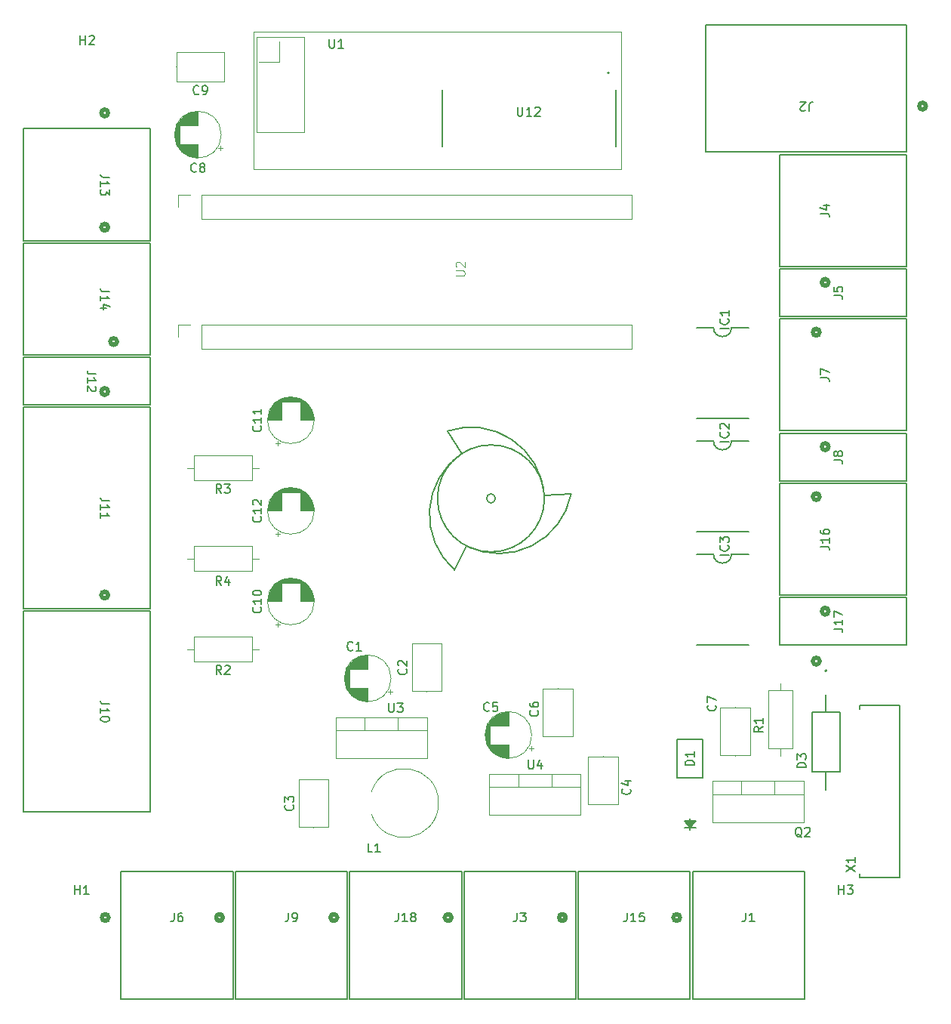
<source format=gbr>
%TF.GenerationSoftware,KiCad,Pcbnew,7.0.9*%
%TF.CreationDate,2024-01-05T18:10:49+02:00*%
%TF.ProjectId,kikad_project,6b696b61-645f-4707-926f-6a6563742e6b,rev?*%
%TF.SameCoordinates,Original*%
%TF.FileFunction,Legend,Top*%
%TF.FilePolarity,Positive*%
%FSLAX46Y46*%
G04 Gerber Fmt 4.6, Leading zero omitted, Abs format (unit mm)*
G04 Created by KiCad (PCBNEW 7.0.9) date 2024-01-05 18:10:49*
%MOMM*%
%LPD*%
G01*
G04 APERTURE LIST*
%ADD10C,0.200000*%
%ADD11C,0.150000*%
%ADD12C,0.100000*%
%ADD13C,0.152400*%
%ADD14C,0.508000*%
%ADD15C,0.120000*%
%ADD16C,0.127000*%
G04 APERTURE END LIST*
D10*
X49663212Y-48456474D02*
G75*
G03*
X48841462Y-61507323I4610338J-6841586D01*
G01*
X48030000Y-45940000D02*
X49663210Y-48456471D01*
X48841462Y-61507323D02*
X50204185Y-58834686D01*
X50204187Y-58834683D02*
G75*
G03*
X61917427Y-53020916I3619823J7413453D01*
G01*
X58929630Y-53489413D02*
G75*
G03*
X58929630Y-53489413I-6000000J0D01*
G01*
X58921491Y-53177081D02*
G75*
G03*
X48030000Y-45940001I-8230151J-571869D01*
G01*
X61917428Y-53020916D02*
X58921495Y-53177081D01*
X53429630Y-53489413D02*
G75*
G03*
X53429630Y-53489413I-500000J0D01*
G01*
D11*
X79610491Y-34405707D02*
X78608184Y-34405707D01*
X79515034Y-33355671D02*
X79562763Y-33403400D01*
X79562763Y-33403400D02*
X79610491Y-33546587D01*
X79610491Y-33546587D02*
X79610491Y-33642045D01*
X79610491Y-33642045D02*
X79562763Y-33785231D01*
X79562763Y-33785231D02*
X79467305Y-33880689D01*
X79467305Y-33880689D02*
X79371847Y-33928418D01*
X79371847Y-33928418D02*
X79180931Y-33976147D01*
X79180931Y-33976147D02*
X79037745Y-33976147D01*
X79037745Y-33976147D02*
X78846829Y-33928418D01*
X78846829Y-33928418D02*
X78751371Y-33880689D01*
X78751371Y-33880689D02*
X78655913Y-33785231D01*
X78655913Y-33785231D02*
X78608184Y-33642045D01*
X78608184Y-33642045D02*
X78608184Y-33546587D01*
X78608184Y-33546587D02*
X78655913Y-33403400D01*
X78655913Y-33403400D02*
X78703642Y-33355671D01*
X79610491Y-32401093D02*
X79610491Y-32973840D01*
X79610491Y-32687466D02*
X78608184Y-32687466D01*
X78608184Y-32687466D02*
X78751371Y-32782924D01*
X78751371Y-32782924D02*
X78846829Y-32878382D01*
X78846829Y-32878382D02*
X78894558Y-32973840D01*
X30201566Y-99934820D02*
X30201566Y-100649105D01*
X30201566Y-100649105D02*
X30153947Y-100791962D01*
X30153947Y-100791962D02*
X30058709Y-100887201D01*
X30058709Y-100887201D02*
X29915852Y-100934820D01*
X29915852Y-100934820D02*
X29820614Y-100934820D01*
X30725376Y-100934820D02*
X30915852Y-100934820D01*
X30915852Y-100934820D02*
X31011090Y-100887201D01*
X31011090Y-100887201D02*
X31058709Y-100839581D01*
X31058709Y-100839581D02*
X31153947Y-100696724D01*
X31153947Y-100696724D02*
X31201566Y-100506248D01*
X31201566Y-100506248D02*
X31201566Y-100125296D01*
X31201566Y-100125296D02*
X31153947Y-100030058D01*
X31153947Y-100030058D02*
X31106328Y-99982439D01*
X31106328Y-99982439D02*
X31011090Y-99934820D01*
X31011090Y-99934820D02*
X30820614Y-99934820D01*
X30820614Y-99934820D02*
X30725376Y-99982439D01*
X30725376Y-99982439D02*
X30677757Y-100030058D01*
X30677757Y-100030058D02*
X30630138Y-100125296D01*
X30630138Y-100125296D02*
X30630138Y-100363391D01*
X30630138Y-100363391D02*
X30677757Y-100458629D01*
X30677757Y-100458629D02*
X30725376Y-100506248D01*
X30725376Y-100506248D02*
X30820614Y-100553867D01*
X30820614Y-100553867D02*
X31011090Y-100553867D01*
X31011090Y-100553867D02*
X31106328Y-100506248D01*
X31106328Y-100506248D02*
X31153947Y-100458629D01*
X31153947Y-100458629D02*
X31201566Y-100363391D01*
X89874820Y-39968434D02*
X90589105Y-39968434D01*
X90589105Y-39968434D02*
X90731962Y-40016053D01*
X90731962Y-40016053D02*
X90827201Y-40111291D01*
X90827201Y-40111291D02*
X90874820Y-40254148D01*
X90874820Y-40254148D02*
X90874820Y-40349386D01*
X89874820Y-39587481D02*
X89874820Y-38920815D01*
X89874820Y-38920815D02*
X90874820Y-39349386D01*
X79610491Y-59805707D02*
X78608184Y-59805707D01*
X79515034Y-58755671D02*
X79562763Y-58803400D01*
X79562763Y-58803400D02*
X79610491Y-58946587D01*
X79610491Y-58946587D02*
X79610491Y-59042045D01*
X79610491Y-59042045D02*
X79562763Y-59185231D01*
X79562763Y-59185231D02*
X79467305Y-59280689D01*
X79467305Y-59280689D02*
X79371847Y-59328418D01*
X79371847Y-59328418D02*
X79180931Y-59376147D01*
X79180931Y-59376147D02*
X79037745Y-59376147D01*
X79037745Y-59376147D02*
X78846829Y-59328418D01*
X78846829Y-59328418D02*
X78751371Y-59280689D01*
X78751371Y-59280689D02*
X78655913Y-59185231D01*
X78655913Y-59185231D02*
X78608184Y-59042045D01*
X78608184Y-59042045D02*
X78608184Y-58946587D01*
X78608184Y-58946587D02*
X78655913Y-58803400D01*
X78655913Y-58803400D02*
X78703642Y-58755671D01*
X78608184Y-58421569D02*
X78608184Y-57801093D01*
X78608184Y-57801093D02*
X78990016Y-58135195D01*
X78990016Y-58135195D02*
X78990016Y-57992009D01*
X78990016Y-57992009D02*
X79037745Y-57896551D01*
X79037745Y-57896551D02*
X79085473Y-57848822D01*
X79085473Y-57848822D02*
X79180931Y-57801093D01*
X79180931Y-57801093D02*
X79419576Y-57801093D01*
X79419576Y-57801093D02*
X79515034Y-57848822D01*
X79515034Y-57848822D02*
X79562763Y-57896551D01*
X79562763Y-57896551D02*
X79610491Y-57992009D01*
X79610491Y-57992009D02*
X79610491Y-58278382D01*
X79610491Y-58278382D02*
X79562763Y-58373840D01*
X79562763Y-58373840D02*
X79515034Y-58421569D01*
X75714819Y-83399594D02*
X74714819Y-83399594D01*
X74714819Y-83399594D02*
X74714819Y-83161499D01*
X74714819Y-83161499D02*
X74762438Y-83018642D01*
X74762438Y-83018642D02*
X74857676Y-82923404D01*
X74857676Y-82923404D02*
X74952914Y-82875785D01*
X74952914Y-82875785D02*
X75143390Y-82828166D01*
X75143390Y-82828166D02*
X75286247Y-82828166D01*
X75286247Y-82828166D02*
X75476723Y-82875785D01*
X75476723Y-82875785D02*
X75571961Y-82923404D01*
X75571961Y-82923404D02*
X75667200Y-83018642D01*
X75667200Y-83018642D02*
X75714819Y-83161499D01*
X75714819Y-83161499D02*
X75714819Y-83399594D01*
X75714819Y-81875785D02*
X75714819Y-82447213D01*
X75714819Y-82161499D02*
X74714819Y-82161499D01*
X74714819Y-82161499D02*
X74857676Y-82256737D01*
X74857676Y-82256737D02*
X74952914Y-82351975D01*
X74952914Y-82351975D02*
X75000533Y-82447213D01*
X89874820Y-58884624D02*
X90589105Y-58884624D01*
X90589105Y-58884624D02*
X90731962Y-58932243D01*
X90731962Y-58932243D02*
X90827201Y-59027481D01*
X90827201Y-59027481D02*
X90874820Y-59170338D01*
X90874820Y-59170338D02*
X90874820Y-59265576D01*
X90874820Y-57884624D02*
X90874820Y-58456052D01*
X90874820Y-58170338D02*
X89874820Y-58170338D01*
X89874820Y-58170338D02*
X90017677Y-58265576D01*
X90017677Y-58265576D02*
X90112915Y-58360814D01*
X90112915Y-58360814D02*
X90160534Y-58456052D01*
X89874820Y-57027481D02*
X89874820Y-57217957D01*
X89874820Y-57217957D02*
X89922439Y-57313195D01*
X89922439Y-57313195D02*
X89970058Y-57360814D01*
X89970058Y-57360814D02*
X90112915Y-57456052D01*
X90112915Y-57456052D02*
X90303391Y-57503671D01*
X90303391Y-57503671D02*
X90684343Y-57503671D01*
X90684343Y-57503671D02*
X90779581Y-57456052D01*
X90779581Y-57456052D02*
X90827201Y-57408433D01*
X90827201Y-57408433D02*
X90874820Y-57313195D01*
X90874820Y-57313195D02*
X90874820Y-57122719D01*
X90874820Y-57122719D02*
X90827201Y-57027481D01*
X90827201Y-57027481D02*
X90779581Y-56979862D01*
X90779581Y-56979862D02*
X90684343Y-56932243D01*
X90684343Y-56932243D02*
X90446248Y-56932243D01*
X90446248Y-56932243D02*
X90351010Y-56979862D01*
X90351010Y-56979862D02*
X90303391Y-57027481D01*
X90303391Y-57027481D02*
X90255772Y-57122719D01*
X90255772Y-57122719D02*
X90255772Y-57313195D01*
X90255772Y-57313195D02*
X90303391Y-57408433D01*
X90303391Y-57408433D02*
X90351010Y-57456052D01*
X90351010Y-57456052D02*
X90446248Y-57503671D01*
X10145180Y-53750476D02*
X9430895Y-53750476D01*
X9430895Y-53750476D02*
X9288038Y-53702857D01*
X9288038Y-53702857D02*
X9192800Y-53607619D01*
X9192800Y-53607619D02*
X9145180Y-53464762D01*
X9145180Y-53464762D02*
X9145180Y-53369524D01*
X9145180Y-54750476D02*
X9145180Y-54179048D01*
X9145180Y-54464762D02*
X10145180Y-54464762D01*
X10145180Y-54464762D02*
X10002323Y-54369524D01*
X10002323Y-54369524D02*
X9907085Y-54274286D01*
X9907085Y-54274286D02*
X9859466Y-54179048D01*
X9145180Y-55702857D02*
X9145180Y-55131429D01*
X9145180Y-55417143D02*
X10145180Y-55417143D01*
X10145180Y-55417143D02*
X10002323Y-55321905D01*
X10002323Y-55321905D02*
X9907085Y-55226667D01*
X9907085Y-55226667D02*
X9859466Y-55131429D01*
X57118095Y-82814819D02*
X57118095Y-83624342D01*
X57118095Y-83624342D02*
X57165714Y-83719580D01*
X57165714Y-83719580D02*
X57213333Y-83767200D01*
X57213333Y-83767200D02*
X57308571Y-83814819D01*
X57308571Y-83814819D02*
X57499047Y-83814819D01*
X57499047Y-83814819D02*
X57594285Y-83767200D01*
X57594285Y-83767200D02*
X57641904Y-83719580D01*
X57641904Y-83719580D02*
X57689523Y-83624342D01*
X57689523Y-83624342D02*
X57689523Y-82814819D01*
X58594285Y-83148152D02*
X58594285Y-83814819D01*
X58356190Y-82767200D02*
X58118095Y-83481485D01*
X58118095Y-83481485D02*
X58737142Y-83481485D01*
X58159580Y-77266666D02*
X58207200Y-77314285D01*
X58207200Y-77314285D02*
X58254819Y-77457142D01*
X58254819Y-77457142D02*
X58254819Y-77552380D01*
X58254819Y-77552380D02*
X58207200Y-77695237D01*
X58207200Y-77695237D02*
X58111961Y-77790475D01*
X58111961Y-77790475D02*
X58016723Y-77838094D01*
X58016723Y-77838094D02*
X57826247Y-77885713D01*
X57826247Y-77885713D02*
X57683390Y-77885713D01*
X57683390Y-77885713D02*
X57492914Y-77838094D01*
X57492914Y-77838094D02*
X57397676Y-77790475D01*
X57397676Y-77790475D02*
X57302438Y-77695237D01*
X57302438Y-77695237D02*
X57254819Y-77552380D01*
X57254819Y-77552380D02*
X57254819Y-77457142D01*
X57254819Y-77457142D02*
X57302438Y-77314285D01*
X57302438Y-77314285D02*
X57350057Y-77266666D01*
X57254819Y-76409523D02*
X57254819Y-76599999D01*
X57254819Y-76599999D02*
X57302438Y-76695237D01*
X57302438Y-76695237D02*
X57350057Y-76742856D01*
X57350057Y-76742856D02*
X57492914Y-76838094D01*
X57492914Y-76838094D02*
X57683390Y-76885713D01*
X57683390Y-76885713D02*
X58064342Y-76885713D01*
X58064342Y-76885713D02*
X58159580Y-76838094D01*
X58159580Y-76838094D02*
X58207200Y-76790475D01*
X58207200Y-76790475D02*
X58254819Y-76695237D01*
X58254819Y-76695237D02*
X58254819Y-76504761D01*
X58254819Y-76504761D02*
X58207200Y-76409523D01*
X58207200Y-76409523D02*
X58159580Y-76361904D01*
X58159580Y-76361904D02*
X58064342Y-76314285D01*
X58064342Y-76314285D02*
X57826247Y-76314285D01*
X57826247Y-76314285D02*
X57731009Y-76361904D01*
X57731009Y-76361904D02*
X57683390Y-76409523D01*
X57683390Y-76409523D02*
X57635771Y-76504761D01*
X57635771Y-76504761D02*
X57635771Y-76695237D01*
X57635771Y-76695237D02*
X57683390Y-76790475D01*
X57683390Y-76790475D02*
X57731009Y-76838094D01*
X57731009Y-76838094D02*
X57826247Y-76885713D01*
X91374819Y-68099522D02*
X92089104Y-68099522D01*
X92089104Y-68099522D02*
X92231961Y-68147141D01*
X92231961Y-68147141D02*
X92327200Y-68242379D01*
X92327200Y-68242379D02*
X92374819Y-68385236D01*
X92374819Y-68385236D02*
X92374819Y-68480474D01*
X92374819Y-67099522D02*
X92374819Y-67670950D01*
X92374819Y-67385236D02*
X91374819Y-67385236D01*
X91374819Y-67385236D02*
X91517676Y-67480474D01*
X91517676Y-67480474D02*
X91612914Y-67575712D01*
X91612914Y-67575712D02*
X91660533Y-67670950D01*
X91374819Y-66766188D02*
X91374819Y-66099522D01*
X91374819Y-66099522D02*
X92374819Y-66528093D01*
X88274819Y-83658094D02*
X87274819Y-83658094D01*
X87274819Y-83658094D02*
X87274819Y-83419999D01*
X87274819Y-83419999D02*
X87322438Y-83277142D01*
X87322438Y-83277142D02*
X87417676Y-83181904D01*
X87417676Y-83181904D02*
X87512914Y-83134285D01*
X87512914Y-83134285D02*
X87703390Y-83086666D01*
X87703390Y-83086666D02*
X87846247Y-83086666D01*
X87846247Y-83086666D02*
X88036723Y-83134285D01*
X88036723Y-83134285D02*
X88131961Y-83181904D01*
X88131961Y-83181904D02*
X88227200Y-83277142D01*
X88227200Y-83277142D02*
X88274819Y-83419999D01*
X88274819Y-83419999D02*
X88274819Y-83658094D01*
X87274819Y-82753332D02*
X87274819Y-82134285D01*
X87274819Y-82134285D02*
X87655771Y-82467618D01*
X87655771Y-82467618D02*
X87655771Y-82324761D01*
X87655771Y-82324761D02*
X87703390Y-82229523D01*
X87703390Y-82229523D02*
X87751009Y-82181904D01*
X87751009Y-82181904D02*
X87846247Y-82134285D01*
X87846247Y-82134285D02*
X88084342Y-82134285D01*
X88084342Y-82134285D02*
X88179580Y-82181904D01*
X88179580Y-82181904D02*
X88227200Y-82229523D01*
X88227200Y-82229523D02*
X88274819Y-82324761D01*
X88274819Y-82324761D02*
X88274819Y-82610475D01*
X88274819Y-82610475D02*
X88227200Y-82705713D01*
X88227200Y-82705713D02*
X88179580Y-82753332D01*
X20153333Y-8109580D02*
X20105714Y-8157200D01*
X20105714Y-8157200D02*
X19962857Y-8204819D01*
X19962857Y-8204819D02*
X19867619Y-8204819D01*
X19867619Y-8204819D02*
X19724762Y-8157200D01*
X19724762Y-8157200D02*
X19629524Y-8061961D01*
X19629524Y-8061961D02*
X19581905Y-7966723D01*
X19581905Y-7966723D02*
X19534286Y-7776247D01*
X19534286Y-7776247D02*
X19534286Y-7633390D01*
X19534286Y-7633390D02*
X19581905Y-7442914D01*
X19581905Y-7442914D02*
X19629524Y-7347676D01*
X19629524Y-7347676D02*
X19724762Y-7252438D01*
X19724762Y-7252438D02*
X19867619Y-7204819D01*
X19867619Y-7204819D02*
X19962857Y-7204819D01*
X19962857Y-7204819D02*
X20105714Y-7252438D01*
X20105714Y-7252438D02*
X20153333Y-7300057D01*
X20629524Y-8204819D02*
X20820000Y-8204819D01*
X20820000Y-8204819D02*
X20915238Y-8157200D01*
X20915238Y-8157200D02*
X20962857Y-8109580D01*
X20962857Y-8109580D02*
X21058095Y-7966723D01*
X21058095Y-7966723D02*
X21105714Y-7776247D01*
X21105714Y-7776247D02*
X21105714Y-7395295D01*
X21105714Y-7395295D02*
X21058095Y-7300057D01*
X21058095Y-7300057D02*
X21010476Y-7252438D01*
X21010476Y-7252438D02*
X20915238Y-7204819D01*
X20915238Y-7204819D02*
X20724762Y-7204819D01*
X20724762Y-7204819D02*
X20629524Y-7252438D01*
X20629524Y-7252438D02*
X20581905Y-7300057D01*
X20581905Y-7300057D02*
X20534286Y-7395295D01*
X20534286Y-7395295D02*
X20534286Y-7633390D01*
X20534286Y-7633390D02*
X20581905Y-7728628D01*
X20581905Y-7728628D02*
X20629524Y-7776247D01*
X20629524Y-7776247D02*
X20724762Y-7823866D01*
X20724762Y-7823866D02*
X20915238Y-7823866D01*
X20915238Y-7823866D02*
X21010476Y-7776247D01*
X21010476Y-7776247D02*
X21058095Y-7728628D01*
X21058095Y-7728628D02*
X21105714Y-7633390D01*
D12*
X48987419Y-28526904D02*
X49796942Y-28526904D01*
X49796942Y-28526904D02*
X49892180Y-28479285D01*
X49892180Y-28479285D02*
X49939800Y-28431666D01*
X49939800Y-28431666D02*
X49987419Y-28336428D01*
X49987419Y-28336428D02*
X49987419Y-28145952D01*
X49987419Y-28145952D02*
X49939800Y-28050714D01*
X49939800Y-28050714D02*
X49892180Y-28003095D01*
X49892180Y-28003095D02*
X49796942Y-27955476D01*
X49796942Y-27955476D02*
X48987419Y-27955476D01*
X49082657Y-27526904D02*
X49035038Y-27479285D01*
X49035038Y-27479285D02*
X48987419Y-27384047D01*
X48987419Y-27384047D02*
X48987419Y-27145952D01*
X48987419Y-27145952D02*
X49035038Y-27050714D01*
X49035038Y-27050714D02*
X49082657Y-27003095D01*
X49082657Y-27003095D02*
X49177895Y-26955476D01*
X49177895Y-26955476D02*
X49273133Y-26955476D01*
X49273133Y-26955476D02*
X49415990Y-27003095D01*
X49415990Y-27003095D02*
X49987419Y-27574523D01*
X49987419Y-27574523D02*
X49987419Y-26955476D01*
D11*
X27089580Y-55522857D02*
X27137200Y-55570476D01*
X27137200Y-55570476D02*
X27184819Y-55713333D01*
X27184819Y-55713333D02*
X27184819Y-55808571D01*
X27184819Y-55808571D02*
X27137200Y-55951428D01*
X27137200Y-55951428D02*
X27041961Y-56046666D01*
X27041961Y-56046666D02*
X26946723Y-56094285D01*
X26946723Y-56094285D02*
X26756247Y-56141904D01*
X26756247Y-56141904D02*
X26613390Y-56141904D01*
X26613390Y-56141904D02*
X26422914Y-56094285D01*
X26422914Y-56094285D02*
X26327676Y-56046666D01*
X26327676Y-56046666D02*
X26232438Y-55951428D01*
X26232438Y-55951428D02*
X26184819Y-55808571D01*
X26184819Y-55808571D02*
X26184819Y-55713333D01*
X26184819Y-55713333D02*
X26232438Y-55570476D01*
X26232438Y-55570476D02*
X26280057Y-55522857D01*
X27184819Y-54570476D02*
X27184819Y-55141904D01*
X27184819Y-54856190D02*
X26184819Y-54856190D01*
X26184819Y-54856190D02*
X26327676Y-54951428D01*
X26327676Y-54951428D02*
X26422914Y-55046666D01*
X26422914Y-55046666D02*
X26470533Y-55141904D01*
X26280057Y-54189523D02*
X26232438Y-54141904D01*
X26232438Y-54141904D02*
X26184819Y-54046666D01*
X26184819Y-54046666D02*
X26184819Y-53808571D01*
X26184819Y-53808571D02*
X26232438Y-53713333D01*
X26232438Y-53713333D02*
X26280057Y-53665714D01*
X26280057Y-53665714D02*
X26375295Y-53618095D01*
X26375295Y-53618095D02*
X26470533Y-53618095D01*
X26470533Y-53618095D02*
X26613390Y-53665714D01*
X26613390Y-53665714D02*
X27184819Y-54237142D01*
X27184819Y-54237142D02*
X27184819Y-53618095D01*
X68519580Y-86046666D02*
X68567200Y-86094285D01*
X68567200Y-86094285D02*
X68614819Y-86237142D01*
X68614819Y-86237142D02*
X68614819Y-86332380D01*
X68614819Y-86332380D02*
X68567200Y-86475237D01*
X68567200Y-86475237D02*
X68471961Y-86570475D01*
X68471961Y-86570475D02*
X68376723Y-86618094D01*
X68376723Y-86618094D02*
X68186247Y-86665713D01*
X68186247Y-86665713D02*
X68043390Y-86665713D01*
X68043390Y-86665713D02*
X67852914Y-86618094D01*
X67852914Y-86618094D02*
X67757676Y-86570475D01*
X67757676Y-86570475D02*
X67662438Y-86475237D01*
X67662438Y-86475237D02*
X67614819Y-86332380D01*
X67614819Y-86332380D02*
X67614819Y-86237142D01*
X67614819Y-86237142D02*
X67662438Y-86094285D01*
X67662438Y-86094285D02*
X67710057Y-86046666D01*
X67948152Y-85189523D02*
X68614819Y-85189523D01*
X67567200Y-85427618D02*
X68281485Y-85665713D01*
X68281485Y-85665713D02*
X68281485Y-85046666D01*
X10145180Y-76560476D02*
X9430895Y-76560476D01*
X9430895Y-76560476D02*
X9288038Y-76512857D01*
X9288038Y-76512857D02*
X9192800Y-76417619D01*
X9192800Y-76417619D02*
X9145180Y-76274762D01*
X9145180Y-76274762D02*
X9145180Y-76179524D01*
X9145180Y-77560476D02*
X9145180Y-76989048D01*
X9145180Y-77274762D02*
X10145180Y-77274762D01*
X10145180Y-77274762D02*
X10002323Y-77179524D01*
X10002323Y-77179524D02*
X9907085Y-77084286D01*
X9907085Y-77084286D02*
X9859466Y-76989048D01*
X10145180Y-78179524D02*
X10145180Y-78274762D01*
X10145180Y-78274762D02*
X10097561Y-78370000D01*
X10097561Y-78370000D02*
X10049942Y-78417619D01*
X10049942Y-78417619D02*
X9954704Y-78465238D01*
X9954704Y-78465238D02*
X9764228Y-78512857D01*
X9764228Y-78512857D02*
X9526133Y-78512857D01*
X9526133Y-78512857D02*
X9335657Y-78465238D01*
X9335657Y-78465238D02*
X9240419Y-78417619D01*
X9240419Y-78417619D02*
X9192800Y-78370000D01*
X9192800Y-78370000D02*
X9145180Y-78274762D01*
X9145180Y-78274762D02*
X9145180Y-78179524D01*
X9145180Y-78179524D02*
X9192800Y-78084286D01*
X9192800Y-78084286D02*
X9240419Y-78036667D01*
X9240419Y-78036667D02*
X9335657Y-77989048D01*
X9335657Y-77989048D02*
X9526133Y-77941429D01*
X9526133Y-77941429D02*
X9764228Y-77941429D01*
X9764228Y-77941429D02*
X9954704Y-77989048D01*
X9954704Y-77989048D02*
X10049942Y-78036667D01*
X10049942Y-78036667D02*
X10097561Y-78084286D01*
X10097561Y-78084286D02*
X10145180Y-78179524D01*
X17381566Y-99934820D02*
X17381566Y-100649105D01*
X17381566Y-100649105D02*
X17333947Y-100791962D01*
X17333947Y-100791962D02*
X17238709Y-100887201D01*
X17238709Y-100887201D02*
X17095852Y-100934820D01*
X17095852Y-100934820D02*
X17000614Y-100934820D01*
X18286328Y-99934820D02*
X18095852Y-99934820D01*
X18095852Y-99934820D02*
X18000614Y-99982439D01*
X18000614Y-99982439D02*
X17952995Y-100030058D01*
X17952995Y-100030058D02*
X17857757Y-100172915D01*
X17857757Y-100172915D02*
X17810138Y-100363391D01*
X17810138Y-100363391D02*
X17810138Y-100744343D01*
X17810138Y-100744343D02*
X17857757Y-100839581D01*
X17857757Y-100839581D02*
X17905376Y-100887201D01*
X17905376Y-100887201D02*
X18000614Y-100934820D01*
X18000614Y-100934820D02*
X18191090Y-100934820D01*
X18191090Y-100934820D02*
X18286328Y-100887201D01*
X18286328Y-100887201D02*
X18333947Y-100839581D01*
X18333947Y-100839581D02*
X18381566Y-100744343D01*
X18381566Y-100744343D02*
X18381566Y-100506248D01*
X18381566Y-100506248D02*
X18333947Y-100411010D01*
X18333947Y-100411010D02*
X18286328Y-100363391D01*
X18286328Y-100363391D02*
X18191090Y-100315772D01*
X18191090Y-100315772D02*
X18000614Y-100315772D01*
X18000614Y-100315772D02*
X17905376Y-100363391D01*
X17905376Y-100363391D02*
X17857757Y-100411010D01*
X17857757Y-100411010D02*
X17810138Y-100506248D01*
X88623333Y-10055180D02*
X88623333Y-9340895D01*
X88623333Y-9340895D02*
X88670952Y-9198038D01*
X88670952Y-9198038D02*
X88766190Y-9102800D01*
X88766190Y-9102800D02*
X88909047Y-9055180D01*
X88909047Y-9055180D02*
X89004285Y-9055180D01*
X88194761Y-9959942D02*
X88147142Y-10007561D01*
X88147142Y-10007561D02*
X88051904Y-10055180D01*
X88051904Y-10055180D02*
X87813809Y-10055180D01*
X87813809Y-10055180D02*
X87718571Y-10007561D01*
X87718571Y-10007561D02*
X87670952Y-9959942D01*
X87670952Y-9959942D02*
X87623333Y-9864704D01*
X87623333Y-9864704D02*
X87623333Y-9769466D01*
X87623333Y-9769466D02*
X87670952Y-9626609D01*
X87670952Y-9626609D02*
X88242380Y-9055180D01*
X88242380Y-9055180D02*
X87623333Y-9055180D01*
X10145180Y-30330476D02*
X9430895Y-30330476D01*
X9430895Y-30330476D02*
X9288038Y-30282857D01*
X9288038Y-30282857D02*
X9192800Y-30187619D01*
X9192800Y-30187619D02*
X9145180Y-30044762D01*
X9145180Y-30044762D02*
X9145180Y-29949524D01*
X9145180Y-31330476D02*
X9145180Y-30759048D01*
X9145180Y-31044762D02*
X10145180Y-31044762D01*
X10145180Y-31044762D02*
X10002323Y-30949524D01*
X10002323Y-30949524D02*
X9907085Y-30854286D01*
X9907085Y-30854286D02*
X9859466Y-30759048D01*
X9811847Y-32187619D02*
X9145180Y-32187619D01*
X10192800Y-31949524D02*
X9478514Y-31711429D01*
X9478514Y-31711429D02*
X9478514Y-32330476D01*
X6858095Y-2604819D02*
X6858095Y-1604819D01*
X6858095Y-2081009D02*
X7429523Y-2081009D01*
X7429523Y-2604819D02*
X7429523Y-1604819D01*
X7858095Y-1700057D02*
X7905714Y-1652438D01*
X7905714Y-1652438D02*
X8000952Y-1604819D01*
X8000952Y-1604819D02*
X8239047Y-1604819D01*
X8239047Y-1604819D02*
X8334285Y-1652438D01*
X8334285Y-1652438D02*
X8381904Y-1700057D01*
X8381904Y-1700057D02*
X8429523Y-1795295D01*
X8429523Y-1795295D02*
X8429523Y-1890533D01*
X8429523Y-1890533D02*
X8381904Y-2033390D01*
X8381904Y-2033390D02*
X7810476Y-2604819D01*
X7810476Y-2604819D02*
X8429523Y-2604819D01*
X43409580Y-72616666D02*
X43457200Y-72664285D01*
X43457200Y-72664285D02*
X43504819Y-72807142D01*
X43504819Y-72807142D02*
X43504819Y-72902380D01*
X43504819Y-72902380D02*
X43457200Y-73045237D01*
X43457200Y-73045237D02*
X43361961Y-73140475D01*
X43361961Y-73140475D02*
X43266723Y-73188094D01*
X43266723Y-73188094D02*
X43076247Y-73235713D01*
X43076247Y-73235713D02*
X42933390Y-73235713D01*
X42933390Y-73235713D02*
X42742914Y-73188094D01*
X42742914Y-73188094D02*
X42647676Y-73140475D01*
X42647676Y-73140475D02*
X42552438Y-73045237D01*
X42552438Y-73045237D02*
X42504819Y-72902380D01*
X42504819Y-72902380D02*
X42504819Y-72807142D01*
X42504819Y-72807142D02*
X42552438Y-72664285D01*
X42552438Y-72664285D02*
X42600057Y-72616666D01*
X42600057Y-72235713D02*
X42552438Y-72188094D01*
X42552438Y-72188094D02*
X42504819Y-72092856D01*
X42504819Y-72092856D02*
X42504819Y-71854761D01*
X42504819Y-71854761D02*
X42552438Y-71759523D01*
X42552438Y-71759523D02*
X42600057Y-71711904D01*
X42600057Y-71711904D02*
X42695295Y-71664285D01*
X42695295Y-71664285D02*
X42790533Y-71664285D01*
X42790533Y-71664285D02*
X42933390Y-71711904D01*
X42933390Y-71711904D02*
X43504819Y-72283332D01*
X43504819Y-72283332D02*
X43504819Y-71664285D01*
X39633333Y-93154819D02*
X39157143Y-93154819D01*
X39157143Y-93154819D02*
X39157143Y-92154819D01*
X40490476Y-93154819D02*
X39919048Y-93154819D01*
X40204762Y-93154819D02*
X40204762Y-92154819D01*
X40204762Y-92154819D02*
X40109524Y-92297676D01*
X40109524Y-92297676D02*
X40014286Y-92392914D01*
X40014286Y-92392914D02*
X39919048Y-92440533D01*
X41478095Y-76444819D02*
X41478095Y-77254342D01*
X41478095Y-77254342D02*
X41525714Y-77349580D01*
X41525714Y-77349580D02*
X41573333Y-77397200D01*
X41573333Y-77397200D02*
X41668571Y-77444819D01*
X41668571Y-77444819D02*
X41859047Y-77444819D01*
X41859047Y-77444819D02*
X41954285Y-77397200D01*
X41954285Y-77397200D02*
X42001904Y-77349580D01*
X42001904Y-77349580D02*
X42049523Y-77254342D01*
X42049523Y-77254342D02*
X42049523Y-76444819D01*
X42430476Y-76444819D02*
X43049523Y-76444819D01*
X43049523Y-76444819D02*
X42716190Y-76825771D01*
X42716190Y-76825771D02*
X42859047Y-76825771D01*
X42859047Y-76825771D02*
X42954285Y-76873390D01*
X42954285Y-76873390D02*
X43001904Y-76921009D01*
X43001904Y-76921009D02*
X43049523Y-77016247D01*
X43049523Y-77016247D02*
X43049523Y-77254342D01*
X43049523Y-77254342D02*
X43001904Y-77349580D01*
X43001904Y-77349580D02*
X42954285Y-77397200D01*
X42954285Y-77397200D02*
X42859047Y-77444819D01*
X42859047Y-77444819D02*
X42573333Y-77444819D01*
X42573333Y-77444819D02*
X42478095Y-77397200D01*
X42478095Y-77397200D02*
X42430476Y-77349580D01*
X22693333Y-52894819D02*
X22360000Y-52418628D01*
X22121905Y-52894819D02*
X22121905Y-51894819D01*
X22121905Y-51894819D02*
X22502857Y-51894819D01*
X22502857Y-51894819D02*
X22598095Y-51942438D01*
X22598095Y-51942438D02*
X22645714Y-51990057D01*
X22645714Y-51990057D02*
X22693333Y-52085295D01*
X22693333Y-52085295D02*
X22693333Y-52228152D01*
X22693333Y-52228152D02*
X22645714Y-52323390D01*
X22645714Y-52323390D02*
X22598095Y-52371009D01*
X22598095Y-52371009D02*
X22502857Y-52418628D01*
X22502857Y-52418628D02*
X22121905Y-52418628D01*
X23026667Y-51894819D02*
X23645714Y-51894819D01*
X23645714Y-51894819D02*
X23312381Y-52275771D01*
X23312381Y-52275771D02*
X23455238Y-52275771D01*
X23455238Y-52275771D02*
X23550476Y-52323390D01*
X23550476Y-52323390D02*
X23598095Y-52371009D01*
X23598095Y-52371009D02*
X23645714Y-52466247D01*
X23645714Y-52466247D02*
X23645714Y-52704342D01*
X23645714Y-52704342D02*
X23598095Y-52799580D01*
X23598095Y-52799580D02*
X23550476Y-52847200D01*
X23550476Y-52847200D02*
X23455238Y-52894819D01*
X23455238Y-52894819D02*
X23169524Y-52894819D01*
X23169524Y-52894819D02*
X23074286Y-52847200D01*
X23074286Y-52847200D02*
X23026667Y-52799580D01*
X81491566Y-99934820D02*
X81491566Y-100649105D01*
X81491566Y-100649105D02*
X81443947Y-100791962D01*
X81443947Y-100791962D02*
X81348709Y-100887201D01*
X81348709Y-100887201D02*
X81205852Y-100934820D01*
X81205852Y-100934820D02*
X81110614Y-100934820D01*
X82491566Y-100934820D02*
X81920138Y-100934820D01*
X82205852Y-100934820D02*
X82205852Y-99934820D01*
X82205852Y-99934820D02*
X82110614Y-100077677D01*
X82110614Y-100077677D02*
X82015376Y-100172915D01*
X82015376Y-100172915D02*
X81920138Y-100220534D01*
X30709580Y-87856666D02*
X30757200Y-87904285D01*
X30757200Y-87904285D02*
X30804819Y-88047142D01*
X30804819Y-88047142D02*
X30804819Y-88142380D01*
X30804819Y-88142380D02*
X30757200Y-88285237D01*
X30757200Y-88285237D02*
X30661961Y-88380475D01*
X30661961Y-88380475D02*
X30566723Y-88428094D01*
X30566723Y-88428094D02*
X30376247Y-88475713D01*
X30376247Y-88475713D02*
X30233390Y-88475713D01*
X30233390Y-88475713D02*
X30042914Y-88428094D01*
X30042914Y-88428094D02*
X29947676Y-88380475D01*
X29947676Y-88380475D02*
X29852438Y-88285237D01*
X29852438Y-88285237D02*
X29804819Y-88142380D01*
X29804819Y-88142380D02*
X29804819Y-88047142D01*
X29804819Y-88047142D02*
X29852438Y-87904285D01*
X29852438Y-87904285D02*
X29900057Y-87856666D01*
X29804819Y-87523332D02*
X29804819Y-86904285D01*
X29804819Y-86904285D02*
X30185771Y-87237618D01*
X30185771Y-87237618D02*
X30185771Y-87094761D01*
X30185771Y-87094761D02*
X30233390Y-86999523D01*
X30233390Y-86999523D02*
X30281009Y-86951904D01*
X30281009Y-86951904D02*
X30376247Y-86904285D01*
X30376247Y-86904285D02*
X30614342Y-86904285D01*
X30614342Y-86904285D02*
X30709580Y-86951904D01*
X30709580Y-86951904D02*
X30757200Y-86999523D01*
X30757200Y-86999523D02*
X30804819Y-87094761D01*
X30804819Y-87094761D02*
X30804819Y-87380475D01*
X30804819Y-87380475D02*
X30757200Y-87475713D01*
X30757200Y-87475713D02*
X30709580Y-87523332D01*
X91374819Y-49183332D02*
X92089104Y-49183332D01*
X92089104Y-49183332D02*
X92231961Y-49230951D01*
X92231961Y-49230951D02*
X92327200Y-49326189D01*
X92327200Y-49326189D02*
X92374819Y-49469046D01*
X92374819Y-49469046D02*
X92374819Y-49564284D01*
X91803390Y-48564284D02*
X91755771Y-48659522D01*
X91755771Y-48659522D02*
X91708152Y-48707141D01*
X91708152Y-48707141D02*
X91612914Y-48754760D01*
X91612914Y-48754760D02*
X91565295Y-48754760D01*
X91565295Y-48754760D02*
X91470057Y-48707141D01*
X91470057Y-48707141D02*
X91422438Y-48659522D01*
X91422438Y-48659522D02*
X91374819Y-48564284D01*
X91374819Y-48564284D02*
X91374819Y-48373808D01*
X91374819Y-48373808D02*
X91422438Y-48278570D01*
X91422438Y-48278570D02*
X91470057Y-48230951D01*
X91470057Y-48230951D02*
X91565295Y-48183332D01*
X91565295Y-48183332D02*
X91612914Y-48183332D01*
X91612914Y-48183332D02*
X91708152Y-48230951D01*
X91708152Y-48230951D02*
X91755771Y-48278570D01*
X91755771Y-48278570D02*
X91803390Y-48373808D01*
X91803390Y-48373808D02*
X91803390Y-48564284D01*
X91803390Y-48564284D02*
X91851009Y-48659522D01*
X91851009Y-48659522D02*
X91898628Y-48707141D01*
X91898628Y-48707141D02*
X91993866Y-48754760D01*
X91993866Y-48754760D02*
X92184342Y-48754760D01*
X92184342Y-48754760D02*
X92279580Y-48707141D01*
X92279580Y-48707141D02*
X92327200Y-48659522D01*
X92327200Y-48659522D02*
X92374819Y-48564284D01*
X92374819Y-48564284D02*
X92374819Y-48373808D01*
X92374819Y-48373808D02*
X92327200Y-48278570D01*
X92327200Y-48278570D02*
X92279580Y-48230951D01*
X92279580Y-48230951D02*
X92184342Y-48183332D01*
X92184342Y-48183332D02*
X91993866Y-48183332D01*
X91993866Y-48183332D02*
X91898628Y-48230951D01*
X91898628Y-48230951D02*
X91851009Y-48278570D01*
X91851009Y-48278570D02*
X91803390Y-48373808D01*
X55851566Y-99934820D02*
X55851566Y-100649105D01*
X55851566Y-100649105D02*
X55803947Y-100791962D01*
X55803947Y-100791962D02*
X55708709Y-100887201D01*
X55708709Y-100887201D02*
X55565852Y-100934820D01*
X55565852Y-100934820D02*
X55470614Y-100934820D01*
X56232519Y-99934820D02*
X56851566Y-99934820D01*
X56851566Y-99934820D02*
X56518233Y-100315772D01*
X56518233Y-100315772D02*
X56661090Y-100315772D01*
X56661090Y-100315772D02*
X56756328Y-100363391D01*
X56756328Y-100363391D02*
X56803947Y-100411010D01*
X56803947Y-100411010D02*
X56851566Y-100506248D01*
X56851566Y-100506248D02*
X56851566Y-100744343D01*
X56851566Y-100744343D02*
X56803947Y-100839581D01*
X56803947Y-100839581D02*
X56756328Y-100887201D01*
X56756328Y-100887201D02*
X56661090Y-100934820D01*
X56661090Y-100934820D02*
X56375376Y-100934820D01*
X56375376Y-100934820D02*
X56280138Y-100887201D01*
X56280138Y-100887201D02*
X56232519Y-100839581D01*
X37433333Y-70459580D02*
X37385714Y-70507200D01*
X37385714Y-70507200D02*
X37242857Y-70554819D01*
X37242857Y-70554819D02*
X37147619Y-70554819D01*
X37147619Y-70554819D02*
X37004762Y-70507200D01*
X37004762Y-70507200D02*
X36909524Y-70411961D01*
X36909524Y-70411961D02*
X36861905Y-70316723D01*
X36861905Y-70316723D02*
X36814286Y-70126247D01*
X36814286Y-70126247D02*
X36814286Y-69983390D01*
X36814286Y-69983390D02*
X36861905Y-69792914D01*
X36861905Y-69792914D02*
X36909524Y-69697676D01*
X36909524Y-69697676D02*
X37004762Y-69602438D01*
X37004762Y-69602438D02*
X37147619Y-69554819D01*
X37147619Y-69554819D02*
X37242857Y-69554819D01*
X37242857Y-69554819D02*
X37385714Y-69602438D01*
X37385714Y-69602438D02*
X37433333Y-69650057D01*
X38385714Y-70554819D02*
X37814286Y-70554819D01*
X38100000Y-70554819D02*
X38100000Y-69554819D01*
X38100000Y-69554819D02*
X38004762Y-69697676D01*
X38004762Y-69697676D02*
X37909524Y-69792914D01*
X37909524Y-69792914D02*
X37814286Y-69840533D01*
X6238095Y-97854819D02*
X6238095Y-96854819D01*
X6238095Y-97331009D02*
X6809523Y-97331009D01*
X6809523Y-97854819D02*
X6809523Y-96854819D01*
X7809523Y-97854819D02*
X7238095Y-97854819D01*
X7523809Y-97854819D02*
X7523809Y-96854819D01*
X7523809Y-96854819D02*
X7428571Y-96997676D01*
X7428571Y-96997676D02*
X7333333Y-97092914D01*
X7333333Y-97092914D02*
X7238095Y-97140533D01*
X68185376Y-99934820D02*
X68185376Y-100649105D01*
X68185376Y-100649105D02*
X68137757Y-100791962D01*
X68137757Y-100791962D02*
X68042519Y-100887201D01*
X68042519Y-100887201D02*
X67899662Y-100934820D01*
X67899662Y-100934820D02*
X67804424Y-100934820D01*
X69185376Y-100934820D02*
X68613948Y-100934820D01*
X68899662Y-100934820D02*
X68899662Y-99934820D01*
X68899662Y-99934820D02*
X68804424Y-100077677D01*
X68804424Y-100077677D02*
X68709186Y-100172915D01*
X68709186Y-100172915D02*
X68613948Y-100220534D01*
X70090138Y-99934820D02*
X69613948Y-99934820D01*
X69613948Y-99934820D02*
X69566329Y-100411010D01*
X69566329Y-100411010D02*
X69613948Y-100363391D01*
X69613948Y-100363391D02*
X69709186Y-100315772D01*
X69709186Y-100315772D02*
X69947281Y-100315772D01*
X69947281Y-100315772D02*
X70042519Y-100363391D01*
X70042519Y-100363391D02*
X70090138Y-100411010D01*
X70090138Y-100411010D02*
X70137757Y-100506248D01*
X70137757Y-100506248D02*
X70137757Y-100744343D01*
X70137757Y-100744343D02*
X70090138Y-100839581D01*
X70090138Y-100839581D02*
X70042519Y-100887201D01*
X70042519Y-100887201D02*
X69947281Y-100934820D01*
X69947281Y-100934820D02*
X69709186Y-100934820D01*
X69709186Y-100934820D02*
X69613948Y-100887201D01*
X69613948Y-100887201D02*
X69566329Y-100839581D01*
X27089580Y-45362857D02*
X27137200Y-45410476D01*
X27137200Y-45410476D02*
X27184819Y-45553333D01*
X27184819Y-45553333D02*
X27184819Y-45648571D01*
X27184819Y-45648571D02*
X27137200Y-45791428D01*
X27137200Y-45791428D02*
X27041961Y-45886666D01*
X27041961Y-45886666D02*
X26946723Y-45934285D01*
X26946723Y-45934285D02*
X26756247Y-45981904D01*
X26756247Y-45981904D02*
X26613390Y-45981904D01*
X26613390Y-45981904D02*
X26422914Y-45934285D01*
X26422914Y-45934285D02*
X26327676Y-45886666D01*
X26327676Y-45886666D02*
X26232438Y-45791428D01*
X26232438Y-45791428D02*
X26184819Y-45648571D01*
X26184819Y-45648571D02*
X26184819Y-45553333D01*
X26184819Y-45553333D02*
X26232438Y-45410476D01*
X26232438Y-45410476D02*
X26280057Y-45362857D01*
X27184819Y-44410476D02*
X27184819Y-44981904D01*
X27184819Y-44696190D02*
X26184819Y-44696190D01*
X26184819Y-44696190D02*
X26327676Y-44791428D01*
X26327676Y-44791428D02*
X26422914Y-44886666D01*
X26422914Y-44886666D02*
X26470533Y-44981904D01*
X27184819Y-43458095D02*
X27184819Y-44029523D01*
X27184819Y-43743809D02*
X26184819Y-43743809D01*
X26184819Y-43743809D02*
X26327676Y-43839047D01*
X26327676Y-43839047D02*
X26422914Y-43934285D01*
X26422914Y-43934285D02*
X26470533Y-44029523D01*
X83434819Y-79086666D02*
X82958628Y-79419999D01*
X83434819Y-79658094D02*
X82434819Y-79658094D01*
X82434819Y-79658094D02*
X82434819Y-79277142D01*
X82434819Y-79277142D02*
X82482438Y-79181904D01*
X82482438Y-79181904D02*
X82530057Y-79134285D01*
X82530057Y-79134285D02*
X82625295Y-79086666D01*
X82625295Y-79086666D02*
X82768152Y-79086666D01*
X82768152Y-79086666D02*
X82863390Y-79134285D01*
X82863390Y-79134285D02*
X82911009Y-79181904D01*
X82911009Y-79181904D02*
X82958628Y-79277142D01*
X82958628Y-79277142D02*
X82958628Y-79658094D01*
X83434819Y-78134285D02*
X83434819Y-78705713D01*
X83434819Y-78419999D02*
X82434819Y-78419999D01*
X82434819Y-78419999D02*
X82577676Y-78515237D01*
X82577676Y-78515237D02*
X82672914Y-78610475D01*
X82672914Y-78610475D02*
X82720533Y-78705713D01*
X87814761Y-91480057D02*
X87719523Y-91432438D01*
X87719523Y-91432438D02*
X87624285Y-91337200D01*
X87624285Y-91337200D02*
X87481428Y-91194342D01*
X87481428Y-91194342D02*
X87386190Y-91146723D01*
X87386190Y-91146723D02*
X87290952Y-91146723D01*
X87338571Y-91384819D02*
X87243333Y-91337200D01*
X87243333Y-91337200D02*
X87148095Y-91241961D01*
X87148095Y-91241961D02*
X87100476Y-91051485D01*
X87100476Y-91051485D02*
X87100476Y-90718152D01*
X87100476Y-90718152D02*
X87148095Y-90527676D01*
X87148095Y-90527676D02*
X87243333Y-90432438D01*
X87243333Y-90432438D02*
X87338571Y-90384819D01*
X87338571Y-90384819D02*
X87529047Y-90384819D01*
X87529047Y-90384819D02*
X87624285Y-90432438D01*
X87624285Y-90432438D02*
X87719523Y-90527676D01*
X87719523Y-90527676D02*
X87767142Y-90718152D01*
X87767142Y-90718152D02*
X87767142Y-91051485D01*
X87767142Y-91051485D02*
X87719523Y-91241961D01*
X87719523Y-91241961D02*
X87624285Y-91337200D01*
X87624285Y-91337200D02*
X87529047Y-91384819D01*
X87529047Y-91384819D02*
X87338571Y-91384819D01*
X88148095Y-90480057D02*
X88195714Y-90432438D01*
X88195714Y-90432438D02*
X88290952Y-90384819D01*
X88290952Y-90384819D02*
X88529047Y-90384819D01*
X88529047Y-90384819D02*
X88624285Y-90432438D01*
X88624285Y-90432438D02*
X88671904Y-90480057D01*
X88671904Y-90480057D02*
X88719523Y-90575295D01*
X88719523Y-90575295D02*
X88719523Y-90670533D01*
X88719523Y-90670533D02*
X88671904Y-90813390D01*
X88671904Y-90813390D02*
X88100476Y-91384819D01*
X88100476Y-91384819D02*
X88719523Y-91384819D01*
X89874820Y-21538434D02*
X90589105Y-21538434D01*
X90589105Y-21538434D02*
X90731962Y-21586053D01*
X90731962Y-21586053D02*
X90827201Y-21681291D01*
X90827201Y-21681291D02*
X90874820Y-21824148D01*
X90874820Y-21824148D02*
X90874820Y-21919386D01*
X90208153Y-20633672D02*
X90874820Y-20633672D01*
X89827201Y-20871767D02*
X90541486Y-21109862D01*
X90541486Y-21109862D02*
X90541486Y-20490815D01*
X52733333Y-77259580D02*
X52685714Y-77307200D01*
X52685714Y-77307200D02*
X52542857Y-77354819D01*
X52542857Y-77354819D02*
X52447619Y-77354819D01*
X52447619Y-77354819D02*
X52304762Y-77307200D01*
X52304762Y-77307200D02*
X52209524Y-77211961D01*
X52209524Y-77211961D02*
X52161905Y-77116723D01*
X52161905Y-77116723D02*
X52114286Y-76926247D01*
X52114286Y-76926247D02*
X52114286Y-76783390D01*
X52114286Y-76783390D02*
X52161905Y-76592914D01*
X52161905Y-76592914D02*
X52209524Y-76497676D01*
X52209524Y-76497676D02*
X52304762Y-76402438D01*
X52304762Y-76402438D02*
X52447619Y-76354819D01*
X52447619Y-76354819D02*
X52542857Y-76354819D01*
X52542857Y-76354819D02*
X52685714Y-76402438D01*
X52685714Y-76402438D02*
X52733333Y-76450057D01*
X53638095Y-76354819D02*
X53161905Y-76354819D01*
X53161905Y-76354819D02*
X53114286Y-76831009D01*
X53114286Y-76831009D02*
X53161905Y-76783390D01*
X53161905Y-76783390D02*
X53257143Y-76735771D01*
X53257143Y-76735771D02*
X53495238Y-76735771D01*
X53495238Y-76735771D02*
X53590476Y-76783390D01*
X53590476Y-76783390D02*
X53638095Y-76831009D01*
X53638095Y-76831009D02*
X53685714Y-76926247D01*
X53685714Y-76926247D02*
X53685714Y-77164342D01*
X53685714Y-77164342D02*
X53638095Y-77259580D01*
X53638095Y-77259580D02*
X53590476Y-77307200D01*
X53590476Y-77307200D02*
X53495238Y-77354819D01*
X53495238Y-77354819D02*
X53257143Y-77354819D01*
X53257143Y-77354819D02*
X53161905Y-77307200D01*
X53161905Y-77307200D02*
X53114286Y-77259580D01*
X19883333Y-16809580D02*
X19835714Y-16857200D01*
X19835714Y-16857200D02*
X19692857Y-16904819D01*
X19692857Y-16904819D02*
X19597619Y-16904819D01*
X19597619Y-16904819D02*
X19454762Y-16857200D01*
X19454762Y-16857200D02*
X19359524Y-16761961D01*
X19359524Y-16761961D02*
X19311905Y-16666723D01*
X19311905Y-16666723D02*
X19264286Y-16476247D01*
X19264286Y-16476247D02*
X19264286Y-16333390D01*
X19264286Y-16333390D02*
X19311905Y-16142914D01*
X19311905Y-16142914D02*
X19359524Y-16047676D01*
X19359524Y-16047676D02*
X19454762Y-15952438D01*
X19454762Y-15952438D02*
X19597619Y-15904819D01*
X19597619Y-15904819D02*
X19692857Y-15904819D01*
X19692857Y-15904819D02*
X19835714Y-15952438D01*
X19835714Y-15952438D02*
X19883333Y-16000057D01*
X20454762Y-16333390D02*
X20359524Y-16285771D01*
X20359524Y-16285771D02*
X20311905Y-16238152D01*
X20311905Y-16238152D02*
X20264286Y-16142914D01*
X20264286Y-16142914D02*
X20264286Y-16095295D01*
X20264286Y-16095295D02*
X20311905Y-16000057D01*
X20311905Y-16000057D02*
X20359524Y-15952438D01*
X20359524Y-15952438D02*
X20454762Y-15904819D01*
X20454762Y-15904819D02*
X20645238Y-15904819D01*
X20645238Y-15904819D02*
X20740476Y-15952438D01*
X20740476Y-15952438D02*
X20788095Y-16000057D01*
X20788095Y-16000057D02*
X20835714Y-16095295D01*
X20835714Y-16095295D02*
X20835714Y-16142914D01*
X20835714Y-16142914D02*
X20788095Y-16238152D01*
X20788095Y-16238152D02*
X20740476Y-16285771D01*
X20740476Y-16285771D02*
X20645238Y-16333390D01*
X20645238Y-16333390D02*
X20454762Y-16333390D01*
X20454762Y-16333390D02*
X20359524Y-16381009D01*
X20359524Y-16381009D02*
X20311905Y-16428628D01*
X20311905Y-16428628D02*
X20264286Y-16523866D01*
X20264286Y-16523866D02*
X20264286Y-16714342D01*
X20264286Y-16714342D02*
X20311905Y-16809580D01*
X20311905Y-16809580D02*
X20359524Y-16857200D01*
X20359524Y-16857200D02*
X20454762Y-16904819D01*
X20454762Y-16904819D02*
X20645238Y-16904819D01*
X20645238Y-16904819D02*
X20740476Y-16857200D01*
X20740476Y-16857200D02*
X20788095Y-16809580D01*
X20788095Y-16809580D02*
X20835714Y-16714342D01*
X20835714Y-16714342D02*
X20835714Y-16523866D01*
X20835714Y-16523866D02*
X20788095Y-16428628D01*
X20788095Y-16428628D02*
X20740476Y-16381009D01*
X20740476Y-16381009D02*
X20645238Y-16333390D01*
X91948095Y-97854819D02*
X91948095Y-96854819D01*
X91948095Y-97331009D02*
X92519523Y-97331009D01*
X92519523Y-97854819D02*
X92519523Y-96854819D01*
X92900476Y-96854819D02*
X93519523Y-96854819D01*
X93519523Y-96854819D02*
X93186190Y-97235771D01*
X93186190Y-97235771D02*
X93329047Y-97235771D01*
X93329047Y-97235771D02*
X93424285Y-97283390D01*
X93424285Y-97283390D02*
X93471904Y-97331009D01*
X93471904Y-97331009D02*
X93519523Y-97426247D01*
X93519523Y-97426247D02*
X93519523Y-97664342D01*
X93519523Y-97664342D02*
X93471904Y-97759580D01*
X93471904Y-97759580D02*
X93424285Y-97807200D01*
X93424285Y-97807200D02*
X93329047Y-97854819D01*
X93329047Y-97854819D02*
X93043333Y-97854819D01*
X93043333Y-97854819D02*
X92948095Y-97807200D01*
X92948095Y-97807200D02*
X92900476Y-97759580D01*
X78099580Y-76696666D02*
X78147200Y-76744285D01*
X78147200Y-76744285D02*
X78194819Y-76887142D01*
X78194819Y-76887142D02*
X78194819Y-76982380D01*
X78194819Y-76982380D02*
X78147200Y-77125237D01*
X78147200Y-77125237D02*
X78051961Y-77220475D01*
X78051961Y-77220475D02*
X77956723Y-77268094D01*
X77956723Y-77268094D02*
X77766247Y-77315713D01*
X77766247Y-77315713D02*
X77623390Y-77315713D01*
X77623390Y-77315713D02*
X77432914Y-77268094D01*
X77432914Y-77268094D02*
X77337676Y-77220475D01*
X77337676Y-77220475D02*
X77242438Y-77125237D01*
X77242438Y-77125237D02*
X77194819Y-76982380D01*
X77194819Y-76982380D02*
X77194819Y-76887142D01*
X77194819Y-76887142D02*
X77242438Y-76744285D01*
X77242438Y-76744285D02*
X77290057Y-76696666D01*
X77194819Y-76363332D02*
X77194819Y-75696666D01*
X77194819Y-75696666D02*
X78194819Y-76125237D01*
X8645181Y-39540476D02*
X7930896Y-39540476D01*
X7930896Y-39540476D02*
X7788039Y-39492857D01*
X7788039Y-39492857D02*
X7692801Y-39397619D01*
X7692801Y-39397619D02*
X7645181Y-39254762D01*
X7645181Y-39254762D02*
X7645181Y-39159524D01*
X7645181Y-40540476D02*
X7645181Y-39969048D01*
X7645181Y-40254762D02*
X8645181Y-40254762D01*
X8645181Y-40254762D02*
X8502324Y-40159524D01*
X8502324Y-40159524D02*
X8407086Y-40064286D01*
X8407086Y-40064286D02*
X8359467Y-39969048D01*
X8549943Y-40921429D02*
X8597562Y-40969048D01*
X8597562Y-40969048D02*
X8645181Y-41064286D01*
X8645181Y-41064286D02*
X8645181Y-41302381D01*
X8645181Y-41302381D02*
X8597562Y-41397619D01*
X8597562Y-41397619D02*
X8549943Y-41445238D01*
X8549943Y-41445238D02*
X8454705Y-41492857D01*
X8454705Y-41492857D02*
X8359467Y-41492857D01*
X8359467Y-41492857D02*
X8216610Y-41445238D01*
X8216610Y-41445238D02*
X7645181Y-40873810D01*
X7645181Y-40873810D02*
X7645181Y-41492857D01*
X92774819Y-95309523D02*
X93774819Y-94642857D01*
X92774819Y-94642857D02*
X93774819Y-95309523D01*
X93774819Y-93738095D02*
X93774819Y-94309523D01*
X93774819Y-94023809D02*
X92774819Y-94023809D01*
X92774819Y-94023809D02*
X92917676Y-94119047D01*
X92917676Y-94119047D02*
X93012914Y-94214285D01*
X93012914Y-94214285D02*
X93060533Y-94309523D01*
X55911905Y-9614819D02*
X55911905Y-10424342D01*
X55911905Y-10424342D02*
X55959524Y-10519580D01*
X55959524Y-10519580D02*
X56007143Y-10567200D01*
X56007143Y-10567200D02*
X56102381Y-10614819D01*
X56102381Y-10614819D02*
X56292857Y-10614819D01*
X56292857Y-10614819D02*
X56388095Y-10567200D01*
X56388095Y-10567200D02*
X56435714Y-10519580D01*
X56435714Y-10519580D02*
X56483333Y-10424342D01*
X56483333Y-10424342D02*
X56483333Y-9614819D01*
X57483333Y-10614819D02*
X56911905Y-10614819D01*
X57197619Y-10614819D02*
X57197619Y-9614819D01*
X57197619Y-9614819D02*
X57102381Y-9757676D01*
X57102381Y-9757676D02*
X57007143Y-9852914D01*
X57007143Y-9852914D02*
X56911905Y-9900533D01*
X57864286Y-9710057D02*
X57911905Y-9662438D01*
X57911905Y-9662438D02*
X58007143Y-9614819D01*
X58007143Y-9614819D02*
X58245238Y-9614819D01*
X58245238Y-9614819D02*
X58340476Y-9662438D01*
X58340476Y-9662438D02*
X58388095Y-9710057D01*
X58388095Y-9710057D02*
X58435714Y-9805295D01*
X58435714Y-9805295D02*
X58435714Y-9900533D01*
X58435714Y-9900533D02*
X58388095Y-10043390D01*
X58388095Y-10043390D02*
X57816667Y-10614819D01*
X57816667Y-10614819D02*
X58435714Y-10614819D01*
X91374819Y-30743332D02*
X92089104Y-30743332D01*
X92089104Y-30743332D02*
X92231961Y-30790951D01*
X92231961Y-30790951D02*
X92327200Y-30886189D01*
X92327200Y-30886189D02*
X92374819Y-31029046D01*
X92374819Y-31029046D02*
X92374819Y-31124284D01*
X91374819Y-29790951D02*
X91374819Y-30267141D01*
X91374819Y-30267141D02*
X91851009Y-30314760D01*
X91851009Y-30314760D02*
X91803390Y-30267141D01*
X91803390Y-30267141D02*
X91755771Y-30171903D01*
X91755771Y-30171903D02*
X91755771Y-29933808D01*
X91755771Y-29933808D02*
X91803390Y-29838570D01*
X91803390Y-29838570D02*
X91851009Y-29790951D01*
X91851009Y-29790951D02*
X91946247Y-29743332D01*
X91946247Y-29743332D02*
X92184342Y-29743332D01*
X92184342Y-29743332D02*
X92279580Y-29790951D01*
X92279580Y-29790951D02*
X92327200Y-29838570D01*
X92327200Y-29838570D02*
X92374819Y-29933808D01*
X92374819Y-29933808D02*
X92374819Y-30171903D01*
X92374819Y-30171903D02*
X92327200Y-30267141D01*
X92327200Y-30267141D02*
X92279580Y-30314760D01*
X10145180Y-17510476D02*
X9430895Y-17510476D01*
X9430895Y-17510476D02*
X9288038Y-17462857D01*
X9288038Y-17462857D02*
X9192800Y-17367619D01*
X9192800Y-17367619D02*
X9145180Y-17224762D01*
X9145180Y-17224762D02*
X9145180Y-17129524D01*
X9145180Y-18510476D02*
X9145180Y-17939048D01*
X9145180Y-18224762D02*
X10145180Y-18224762D01*
X10145180Y-18224762D02*
X10002323Y-18129524D01*
X10002323Y-18129524D02*
X9907085Y-18034286D01*
X9907085Y-18034286D02*
X9859466Y-17939048D01*
X10145180Y-18843810D02*
X10145180Y-19462857D01*
X10145180Y-19462857D02*
X9764228Y-19129524D01*
X9764228Y-19129524D02*
X9764228Y-19272381D01*
X9764228Y-19272381D02*
X9716609Y-19367619D01*
X9716609Y-19367619D02*
X9668990Y-19415238D01*
X9668990Y-19415238D02*
X9573752Y-19462857D01*
X9573752Y-19462857D02*
X9335657Y-19462857D01*
X9335657Y-19462857D02*
X9240419Y-19415238D01*
X9240419Y-19415238D02*
X9192800Y-19367619D01*
X9192800Y-19367619D02*
X9145180Y-19272381D01*
X9145180Y-19272381D02*
X9145180Y-18986667D01*
X9145180Y-18986667D02*
X9192800Y-18891429D01*
X9192800Y-18891429D02*
X9240419Y-18843810D01*
X79610491Y-47105707D02*
X78608184Y-47105707D01*
X79515034Y-46055671D02*
X79562763Y-46103400D01*
X79562763Y-46103400D02*
X79610491Y-46246587D01*
X79610491Y-46246587D02*
X79610491Y-46342045D01*
X79610491Y-46342045D02*
X79562763Y-46485231D01*
X79562763Y-46485231D02*
X79467305Y-46580689D01*
X79467305Y-46580689D02*
X79371847Y-46628418D01*
X79371847Y-46628418D02*
X79180931Y-46676147D01*
X79180931Y-46676147D02*
X79037745Y-46676147D01*
X79037745Y-46676147D02*
X78846829Y-46628418D01*
X78846829Y-46628418D02*
X78751371Y-46580689D01*
X78751371Y-46580689D02*
X78655913Y-46485231D01*
X78655913Y-46485231D02*
X78608184Y-46342045D01*
X78608184Y-46342045D02*
X78608184Y-46246587D01*
X78608184Y-46246587D02*
X78655913Y-46103400D01*
X78655913Y-46103400D02*
X78703642Y-46055671D01*
X78703642Y-45673840D02*
X78655913Y-45626111D01*
X78655913Y-45626111D02*
X78608184Y-45530653D01*
X78608184Y-45530653D02*
X78608184Y-45292009D01*
X78608184Y-45292009D02*
X78655913Y-45196551D01*
X78655913Y-45196551D02*
X78703642Y-45148822D01*
X78703642Y-45148822D02*
X78799100Y-45101093D01*
X78799100Y-45101093D02*
X78894558Y-45101093D01*
X78894558Y-45101093D02*
X79037745Y-45148822D01*
X79037745Y-45148822D02*
X79610491Y-45721569D01*
X79610491Y-45721569D02*
X79610491Y-45101093D01*
X42545376Y-99934820D02*
X42545376Y-100649105D01*
X42545376Y-100649105D02*
X42497757Y-100791962D01*
X42497757Y-100791962D02*
X42402519Y-100887201D01*
X42402519Y-100887201D02*
X42259662Y-100934820D01*
X42259662Y-100934820D02*
X42164424Y-100934820D01*
X43545376Y-100934820D02*
X42973948Y-100934820D01*
X43259662Y-100934820D02*
X43259662Y-99934820D01*
X43259662Y-99934820D02*
X43164424Y-100077677D01*
X43164424Y-100077677D02*
X43069186Y-100172915D01*
X43069186Y-100172915D02*
X42973948Y-100220534D01*
X44116805Y-100363391D02*
X44021567Y-100315772D01*
X44021567Y-100315772D02*
X43973948Y-100268153D01*
X43973948Y-100268153D02*
X43926329Y-100172915D01*
X43926329Y-100172915D02*
X43926329Y-100125296D01*
X43926329Y-100125296D02*
X43973948Y-100030058D01*
X43973948Y-100030058D02*
X44021567Y-99982439D01*
X44021567Y-99982439D02*
X44116805Y-99934820D01*
X44116805Y-99934820D02*
X44307281Y-99934820D01*
X44307281Y-99934820D02*
X44402519Y-99982439D01*
X44402519Y-99982439D02*
X44450138Y-100030058D01*
X44450138Y-100030058D02*
X44497757Y-100125296D01*
X44497757Y-100125296D02*
X44497757Y-100172915D01*
X44497757Y-100172915D02*
X44450138Y-100268153D01*
X44450138Y-100268153D02*
X44402519Y-100315772D01*
X44402519Y-100315772D02*
X44307281Y-100363391D01*
X44307281Y-100363391D02*
X44116805Y-100363391D01*
X44116805Y-100363391D02*
X44021567Y-100411010D01*
X44021567Y-100411010D02*
X43973948Y-100458629D01*
X43973948Y-100458629D02*
X43926329Y-100553867D01*
X43926329Y-100553867D02*
X43926329Y-100744343D01*
X43926329Y-100744343D02*
X43973948Y-100839581D01*
X43973948Y-100839581D02*
X44021567Y-100887201D01*
X44021567Y-100887201D02*
X44116805Y-100934820D01*
X44116805Y-100934820D02*
X44307281Y-100934820D01*
X44307281Y-100934820D02*
X44402519Y-100887201D01*
X44402519Y-100887201D02*
X44450138Y-100839581D01*
X44450138Y-100839581D02*
X44497757Y-100744343D01*
X44497757Y-100744343D02*
X44497757Y-100553867D01*
X44497757Y-100553867D02*
X44450138Y-100458629D01*
X44450138Y-100458629D02*
X44402519Y-100411010D01*
X44402519Y-100411010D02*
X44307281Y-100363391D01*
X22693333Y-73214819D02*
X22360000Y-72738628D01*
X22121905Y-73214819D02*
X22121905Y-72214819D01*
X22121905Y-72214819D02*
X22502857Y-72214819D01*
X22502857Y-72214819D02*
X22598095Y-72262438D01*
X22598095Y-72262438D02*
X22645714Y-72310057D01*
X22645714Y-72310057D02*
X22693333Y-72405295D01*
X22693333Y-72405295D02*
X22693333Y-72548152D01*
X22693333Y-72548152D02*
X22645714Y-72643390D01*
X22645714Y-72643390D02*
X22598095Y-72691009D01*
X22598095Y-72691009D02*
X22502857Y-72738628D01*
X22502857Y-72738628D02*
X22121905Y-72738628D01*
X23074286Y-72310057D02*
X23121905Y-72262438D01*
X23121905Y-72262438D02*
X23217143Y-72214819D01*
X23217143Y-72214819D02*
X23455238Y-72214819D01*
X23455238Y-72214819D02*
X23550476Y-72262438D01*
X23550476Y-72262438D02*
X23598095Y-72310057D01*
X23598095Y-72310057D02*
X23645714Y-72405295D01*
X23645714Y-72405295D02*
X23645714Y-72500533D01*
X23645714Y-72500533D02*
X23598095Y-72643390D01*
X23598095Y-72643390D02*
X23026667Y-73214819D01*
X23026667Y-73214819D02*
X23645714Y-73214819D01*
X27089580Y-65682857D02*
X27137200Y-65730476D01*
X27137200Y-65730476D02*
X27184819Y-65873333D01*
X27184819Y-65873333D02*
X27184819Y-65968571D01*
X27184819Y-65968571D02*
X27137200Y-66111428D01*
X27137200Y-66111428D02*
X27041961Y-66206666D01*
X27041961Y-66206666D02*
X26946723Y-66254285D01*
X26946723Y-66254285D02*
X26756247Y-66301904D01*
X26756247Y-66301904D02*
X26613390Y-66301904D01*
X26613390Y-66301904D02*
X26422914Y-66254285D01*
X26422914Y-66254285D02*
X26327676Y-66206666D01*
X26327676Y-66206666D02*
X26232438Y-66111428D01*
X26232438Y-66111428D02*
X26184819Y-65968571D01*
X26184819Y-65968571D02*
X26184819Y-65873333D01*
X26184819Y-65873333D02*
X26232438Y-65730476D01*
X26232438Y-65730476D02*
X26280057Y-65682857D01*
X27184819Y-64730476D02*
X27184819Y-65301904D01*
X27184819Y-65016190D02*
X26184819Y-65016190D01*
X26184819Y-65016190D02*
X26327676Y-65111428D01*
X26327676Y-65111428D02*
X26422914Y-65206666D01*
X26422914Y-65206666D02*
X26470533Y-65301904D01*
X26184819Y-64111428D02*
X26184819Y-64016190D01*
X26184819Y-64016190D02*
X26232438Y-63920952D01*
X26232438Y-63920952D02*
X26280057Y-63873333D01*
X26280057Y-63873333D02*
X26375295Y-63825714D01*
X26375295Y-63825714D02*
X26565771Y-63778095D01*
X26565771Y-63778095D02*
X26803866Y-63778095D01*
X26803866Y-63778095D02*
X26994342Y-63825714D01*
X26994342Y-63825714D02*
X27089580Y-63873333D01*
X27089580Y-63873333D02*
X27137200Y-63920952D01*
X27137200Y-63920952D02*
X27184819Y-64016190D01*
X27184819Y-64016190D02*
X27184819Y-64111428D01*
X27184819Y-64111428D02*
X27137200Y-64206666D01*
X27137200Y-64206666D02*
X27089580Y-64254285D01*
X27089580Y-64254285D02*
X26994342Y-64301904D01*
X26994342Y-64301904D02*
X26803866Y-64349523D01*
X26803866Y-64349523D02*
X26565771Y-64349523D01*
X26565771Y-64349523D02*
X26375295Y-64301904D01*
X26375295Y-64301904D02*
X26280057Y-64254285D01*
X26280057Y-64254285D02*
X26232438Y-64206666D01*
X26232438Y-64206666D02*
X26184819Y-64111428D01*
X34798095Y-1994819D02*
X34798095Y-2804342D01*
X34798095Y-2804342D02*
X34845714Y-2899580D01*
X34845714Y-2899580D02*
X34893333Y-2947200D01*
X34893333Y-2947200D02*
X34988571Y-2994819D01*
X34988571Y-2994819D02*
X35179047Y-2994819D01*
X35179047Y-2994819D02*
X35274285Y-2947200D01*
X35274285Y-2947200D02*
X35321904Y-2899580D01*
X35321904Y-2899580D02*
X35369523Y-2804342D01*
X35369523Y-2804342D02*
X35369523Y-1994819D01*
X36369523Y-2994819D02*
X35798095Y-2994819D01*
X36083809Y-2994819D02*
X36083809Y-1994819D01*
X36083809Y-1994819D02*
X35988571Y-2137676D01*
X35988571Y-2137676D02*
X35893333Y-2232914D01*
X35893333Y-2232914D02*
X35798095Y-2280533D01*
X22693333Y-63224819D02*
X22360000Y-62748628D01*
X22121905Y-63224819D02*
X22121905Y-62224819D01*
X22121905Y-62224819D02*
X22502857Y-62224819D01*
X22502857Y-62224819D02*
X22598095Y-62272438D01*
X22598095Y-62272438D02*
X22645714Y-62320057D01*
X22645714Y-62320057D02*
X22693333Y-62415295D01*
X22693333Y-62415295D02*
X22693333Y-62558152D01*
X22693333Y-62558152D02*
X22645714Y-62653390D01*
X22645714Y-62653390D02*
X22598095Y-62701009D01*
X22598095Y-62701009D02*
X22502857Y-62748628D01*
X22502857Y-62748628D02*
X22121905Y-62748628D01*
X23550476Y-62558152D02*
X23550476Y-63224819D01*
X23312381Y-62177200D02*
X23074286Y-62891485D01*
X23074286Y-62891485D02*
X23693333Y-62891485D01*
D13*
%TO.C,IC1*%
X81821000Y-34330000D02*
X79916000Y-34330000D01*
X75979000Y-34330000D02*
X77884000Y-34330000D01*
X81821000Y-44490000D02*
X75979000Y-44490000D01*
X77884000Y-34330000D02*
G75*
G03*
X79916000Y-34330000I1016000J0D01*
G01*
%TO.C,J9*%
X24257900Y-95353001D02*
X24257900Y-109607000D01*
X24257900Y-109607000D02*
X36811901Y-109607000D01*
X36811901Y-95353001D02*
X24257900Y-95353001D01*
X36811901Y-109607000D02*
X36811901Y-95353001D01*
D14*
X22860900Y-100480001D02*
G75*
G03*
X22860900Y-100480001I-381000J0D01*
G01*
D13*
%TO.C,J7*%
X85293001Y-45912101D02*
X99547000Y-45912101D01*
X99547000Y-45912101D02*
X99547000Y-33358100D01*
X85293001Y-33358100D02*
X85293001Y-45912101D01*
X99547000Y-33358100D02*
X85293001Y-33358100D01*
D14*
X90801001Y-47690101D02*
G75*
G03*
X90801001Y-47690101I-381000J0D01*
G01*
D13*
%TO.C,IC3*%
X81821000Y-59730000D02*
X79916000Y-59730000D01*
X75979000Y-59730000D02*
X77884000Y-59730000D01*
X81821000Y-69890000D02*
X75979000Y-69890000D01*
X77884000Y-59730000D02*
G75*
G03*
X79916000Y-59730000I1016000J0D01*
G01*
%TO.C,D1*%
X74625000Y-90383100D02*
X75895000Y-90383100D01*
X75260000Y-90383100D02*
X74625000Y-89621100D01*
X75260000Y-90383100D02*
X74752000Y-89621100D01*
X75260000Y-90383100D02*
X74879000Y-89621100D01*
X75260000Y-90383100D02*
X75006000Y-89621100D01*
X75260000Y-90383100D02*
X75133000Y-89621100D01*
X75260000Y-90383100D02*
X75387000Y-89621100D01*
X75260000Y-90383100D02*
X75514000Y-89621100D01*
X75260000Y-90383100D02*
X75641000Y-89621100D01*
X75260000Y-90383100D02*
X75768000Y-89621100D01*
X75260000Y-90383100D02*
X75895000Y-89621100D01*
X74625000Y-89621100D02*
X75895000Y-89621100D01*
X75260000Y-89367100D02*
X75260000Y-90637100D01*
X73837600Y-84833200D02*
X76682400Y-84833200D01*
X76682400Y-84833200D02*
X76682400Y-80489800D01*
X73837600Y-80489800D02*
X73837600Y-84833200D01*
X76682400Y-80489800D02*
X73837600Y-80489800D01*
%TO.C,J16*%
X85293001Y-64352101D02*
X99547000Y-64352101D01*
X99547000Y-64352101D02*
X99547000Y-51798100D01*
X85293001Y-51798100D02*
X85293001Y-64352101D01*
X99547000Y-51798100D02*
X85293001Y-51798100D01*
D14*
X90801001Y-66130101D02*
G75*
G03*
X90801001Y-66130101I-381000J0D01*
G01*
D13*
%TO.C,J11*%
X14727000Y-43283000D02*
X473001Y-43283000D01*
X473001Y-43283000D02*
X473001Y-65837001D01*
X14727000Y-65837001D02*
X14727000Y-43283000D01*
X473001Y-65837001D02*
X14727000Y-65837001D01*
D14*
X9981000Y-41505000D02*
G75*
G03*
X9981000Y-41505000I-381000J0D01*
G01*
D15*
%TO.C,U4*%
X52760000Y-84360000D02*
X52760000Y-89001000D01*
X52760000Y-84360000D02*
X63000000Y-84360000D01*
X52760000Y-85870000D02*
X63000000Y-85870000D01*
X52760000Y-89001000D02*
X63000000Y-89001000D01*
X56030000Y-84360000D02*
X56030000Y-85870000D01*
X59731000Y-84360000D02*
X59731000Y-85870000D01*
X63000000Y-84360000D02*
X63000000Y-89001000D01*
%TO.C,C6*%
X60420000Y-80180000D02*
X60420000Y-80140000D01*
X58750000Y-80140000D02*
X62090000Y-80140000D01*
X62090000Y-80140000D02*
X62090000Y-74800000D01*
X58750000Y-74800000D02*
X58750000Y-80140000D01*
X62090000Y-74800000D02*
X58750000Y-74800000D01*
X60420000Y-74760000D02*
X60420000Y-74800000D01*
D13*
%TO.C,J17*%
X85293001Y-69956999D02*
X99547000Y-69956999D01*
X99547000Y-69956999D02*
X99547000Y-64622999D01*
X85293001Y-64622999D02*
X85293001Y-69956999D01*
X99547000Y-64622999D02*
X85293001Y-64622999D01*
D14*
X89801000Y-71734999D02*
G75*
G03*
X89801000Y-71734999I-381000J0D01*
G01*
D16*
%TO.C,D3*%
X92050000Y-77470000D02*
X90500000Y-77470000D01*
X90500000Y-77470000D02*
X90500000Y-75500000D01*
X90500000Y-77470000D02*
X88950000Y-77470000D01*
X88950000Y-77470000D02*
X88950000Y-84170000D01*
X92050000Y-84170000D02*
X92050000Y-77470000D01*
X90500000Y-84170000D02*
X92050000Y-84170000D01*
X90500000Y-84170000D02*
X90500000Y-86140000D01*
X88950000Y-84170000D02*
X90500000Y-84170000D01*
D10*
X90600000Y-72820000D02*
G75*
G03*
X90600000Y-72820000I-100000J0D01*
G01*
D15*
%TO.C,C9*%
X23030000Y-5080000D02*
X22990000Y-5080000D01*
X22990000Y-6750000D02*
X22990000Y-3410000D01*
X22990000Y-3410000D02*
X17650000Y-3410000D01*
X17650000Y-6750000D02*
X22990000Y-6750000D01*
X17650000Y-3410000D02*
X17650000Y-6750000D01*
X17610000Y-5080000D02*
X17650000Y-5080000D01*
%TO.C,U2*%
X20440000Y-36715000D02*
X68760000Y-36715000D01*
X20440000Y-36715000D02*
X20440000Y-34055000D01*
X68760000Y-36715000D02*
X68760000Y-34055000D01*
X17840000Y-35385000D02*
X17840000Y-34055000D01*
X17840000Y-34055000D02*
X19170000Y-34055000D01*
X20440000Y-34055000D02*
X68760000Y-34055000D01*
X20440000Y-22140000D02*
X68760000Y-22140000D01*
X20440000Y-22140000D02*
X20440000Y-19480000D01*
X68760000Y-22140000D02*
X68760000Y-19480000D01*
X17840000Y-20810000D02*
X17840000Y-19480000D01*
X17840000Y-19480000D02*
X19170000Y-19480000D01*
X20440000Y-19480000D02*
X68760000Y-19480000D01*
%TO.C,C12*%
X29005000Y-57684775D02*
X29005000Y-57184775D01*
X28755000Y-57434775D02*
X29255000Y-57434775D01*
X27900000Y-54880000D02*
X29440000Y-54880000D01*
X31520000Y-54880000D02*
X33060000Y-54880000D01*
X27900000Y-54840000D02*
X29440000Y-54840000D01*
X31520000Y-54840000D02*
X33060000Y-54840000D01*
X27901000Y-54800000D02*
X29440000Y-54800000D01*
X31520000Y-54800000D02*
X33059000Y-54800000D01*
X27902000Y-54760000D02*
X29440000Y-54760000D01*
X31520000Y-54760000D02*
X33058000Y-54760000D01*
X27904000Y-54720000D02*
X29440000Y-54720000D01*
X31520000Y-54720000D02*
X33056000Y-54720000D01*
X27907000Y-54680000D02*
X29440000Y-54680000D01*
X31520000Y-54680000D02*
X33053000Y-54680000D01*
X27911000Y-54640000D02*
X29440000Y-54640000D01*
X31520000Y-54640000D02*
X33049000Y-54640000D01*
X27915000Y-54600000D02*
X29440000Y-54600000D01*
X31520000Y-54600000D02*
X33045000Y-54600000D01*
X27919000Y-54560000D02*
X29440000Y-54560000D01*
X31520000Y-54560000D02*
X33041000Y-54560000D01*
X27924000Y-54520000D02*
X29440000Y-54520000D01*
X31520000Y-54520000D02*
X33036000Y-54520000D01*
X27930000Y-54480000D02*
X29440000Y-54480000D01*
X31520000Y-54480000D02*
X33030000Y-54480000D01*
X27937000Y-54440000D02*
X29440000Y-54440000D01*
X31520000Y-54440000D02*
X33023000Y-54440000D01*
X27944000Y-54400000D02*
X29440000Y-54400000D01*
X31520000Y-54400000D02*
X33016000Y-54400000D01*
X27952000Y-54360000D02*
X29440000Y-54360000D01*
X31520000Y-54360000D02*
X33008000Y-54360000D01*
X27960000Y-54320000D02*
X29440000Y-54320000D01*
X31520000Y-54320000D02*
X33000000Y-54320000D01*
X27969000Y-54280000D02*
X29440000Y-54280000D01*
X31520000Y-54280000D02*
X32991000Y-54280000D01*
X27979000Y-54240000D02*
X29440000Y-54240000D01*
X31520000Y-54240000D02*
X32981000Y-54240000D01*
X27989000Y-54200000D02*
X29440000Y-54200000D01*
X31520000Y-54200000D02*
X32971000Y-54200000D01*
X28000000Y-54159000D02*
X29440000Y-54159000D01*
X31520000Y-54159000D02*
X32960000Y-54159000D01*
X28012000Y-54119000D02*
X29440000Y-54119000D01*
X31520000Y-54119000D02*
X32948000Y-54119000D01*
X28025000Y-54079000D02*
X29440000Y-54079000D01*
X31520000Y-54079000D02*
X32935000Y-54079000D01*
X28038000Y-54039000D02*
X29440000Y-54039000D01*
X31520000Y-54039000D02*
X32922000Y-54039000D01*
X28052000Y-53999000D02*
X29440000Y-53999000D01*
X31520000Y-53999000D02*
X32908000Y-53999000D01*
X28066000Y-53959000D02*
X29440000Y-53959000D01*
X31520000Y-53959000D02*
X32894000Y-53959000D01*
X28082000Y-53919000D02*
X29440000Y-53919000D01*
X31520000Y-53919000D02*
X32878000Y-53919000D01*
X28098000Y-53879000D02*
X29440000Y-53879000D01*
X31520000Y-53879000D02*
X32862000Y-53879000D01*
X28115000Y-53839000D02*
X29440000Y-53839000D01*
X31520000Y-53839000D02*
X32845000Y-53839000D01*
X28132000Y-53799000D02*
X29440000Y-53799000D01*
X31520000Y-53799000D02*
X32828000Y-53799000D01*
X28151000Y-53759000D02*
X29440000Y-53759000D01*
X31520000Y-53759000D02*
X32809000Y-53759000D01*
X28170000Y-53719000D02*
X29440000Y-53719000D01*
X31520000Y-53719000D02*
X32790000Y-53719000D01*
X28190000Y-53679000D02*
X29440000Y-53679000D01*
X31520000Y-53679000D02*
X32770000Y-53679000D01*
X28212000Y-53639000D02*
X29440000Y-53639000D01*
X31520000Y-53639000D02*
X32748000Y-53639000D01*
X28233000Y-53599000D02*
X29440000Y-53599000D01*
X31520000Y-53599000D02*
X32727000Y-53599000D01*
X28256000Y-53559000D02*
X29440000Y-53559000D01*
X31520000Y-53559000D02*
X32704000Y-53559000D01*
X28280000Y-53519000D02*
X29440000Y-53519000D01*
X31520000Y-53519000D02*
X32680000Y-53519000D01*
X28305000Y-53479000D02*
X29440000Y-53479000D01*
X31520000Y-53479000D02*
X32655000Y-53479000D01*
X28331000Y-53439000D02*
X29440000Y-53439000D01*
X31520000Y-53439000D02*
X32629000Y-53439000D01*
X28358000Y-53399000D02*
X29440000Y-53399000D01*
X31520000Y-53399000D02*
X32602000Y-53399000D01*
X28385000Y-53359000D02*
X29440000Y-53359000D01*
X31520000Y-53359000D02*
X32575000Y-53359000D01*
X28415000Y-53319000D02*
X29440000Y-53319000D01*
X31520000Y-53319000D02*
X32545000Y-53319000D01*
X28445000Y-53279000D02*
X29440000Y-53279000D01*
X31520000Y-53279000D02*
X32515000Y-53279000D01*
X28476000Y-53239000D02*
X29440000Y-53239000D01*
X31520000Y-53239000D02*
X32484000Y-53239000D01*
X28509000Y-53199000D02*
X29440000Y-53199000D01*
X31520000Y-53199000D02*
X32451000Y-53199000D01*
X28543000Y-53159000D02*
X29440000Y-53159000D01*
X31520000Y-53159000D02*
X32417000Y-53159000D01*
X28579000Y-53119000D02*
X29440000Y-53119000D01*
X31520000Y-53119000D02*
X32381000Y-53119000D01*
X28616000Y-53079000D02*
X29440000Y-53079000D01*
X31520000Y-53079000D02*
X32344000Y-53079000D01*
X28654000Y-53039000D02*
X29440000Y-53039000D01*
X31520000Y-53039000D02*
X32306000Y-53039000D01*
X28695000Y-52999000D02*
X29440000Y-52999000D01*
X31520000Y-52999000D02*
X32265000Y-52999000D01*
X28737000Y-52959000D02*
X29440000Y-52959000D01*
X31520000Y-52959000D02*
X32223000Y-52959000D01*
X28781000Y-52919000D02*
X29440000Y-52919000D01*
X31520000Y-52919000D02*
X32179000Y-52919000D01*
X28827000Y-52879000D02*
X29440000Y-52879000D01*
X31520000Y-52879000D02*
X32133000Y-52879000D01*
X28875000Y-52839000D02*
X32085000Y-52839000D01*
X28926000Y-52799000D02*
X32034000Y-52799000D01*
X28980000Y-52759000D02*
X31980000Y-52759000D01*
X29037000Y-52719000D02*
X31923000Y-52719000D01*
X29097000Y-52679000D02*
X31863000Y-52679000D01*
X29161000Y-52639000D02*
X31799000Y-52639000D01*
X29229000Y-52599000D02*
X31731000Y-52599000D01*
X29302000Y-52559000D02*
X31658000Y-52559000D01*
X29382000Y-52519000D02*
X31578000Y-52519000D01*
X29469000Y-52479000D02*
X31491000Y-52479000D01*
X29565000Y-52439000D02*
X31395000Y-52439000D01*
X29675000Y-52399000D02*
X31285000Y-52399000D01*
X29803000Y-52359000D02*
X31157000Y-52359000D01*
X29962000Y-52319000D02*
X30998000Y-52319000D01*
X30196000Y-52279000D02*
X30764000Y-52279000D01*
X33100000Y-54880000D02*
G75*
G03*
X33100000Y-54880000I-2620000J0D01*
G01*
%TO.C,C4*%
X65500000Y-87800000D02*
X65500000Y-87760000D01*
X63830000Y-87760000D02*
X67170000Y-87760000D01*
X67170000Y-87760000D02*
X67170000Y-82420000D01*
X63830000Y-82420000D02*
X63830000Y-87760000D01*
X67170000Y-82420000D02*
X63830000Y-82420000D01*
X65500000Y-82380000D02*
X65500000Y-82420000D01*
D13*
%TO.C,J10*%
X14727000Y-66093000D02*
X473001Y-66093000D01*
X473001Y-66093000D02*
X473001Y-88647001D01*
X14727000Y-88647001D02*
X14727000Y-66093000D01*
X473001Y-88647001D02*
X14727000Y-88647001D01*
D14*
X9981000Y-64315000D02*
G75*
G03*
X9981000Y-64315000I-381000J0D01*
G01*
D13*
%TO.C,J6*%
X11437900Y-95353001D02*
X11437900Y-109607000D01*
X11437900Y-109607000D02*
X23991901Y-109607000D01*
X23991901Y-95353001D02*
X11437900Y-95353001D01*
X23991901Y-109607000D02*
X23991901Y-95353001D01*
D14*
X10040900Y-100480001D02*
G75*
G03*
X10040900Y-100480001I-381000J0D01*
G01*
D13*
%TO.C,J2*%
X99567000Y-14637000D02*
X99567000Y-383001D01*
X99567000Y-383001D02*
X77012999Y-383001D01*
X77012999Y-14637000D02*
X99567000Y-14637000D01*
X77012999Y-383001D02*
X77012999Y-14637000D01*
D14*
X101726000Y-9510000D02*
G75*
G03*
X101726000Y-9510000I-381000J0D01*
G01*
D13*
%TO.C,J14*%
X14727000Y-24863000D02*
X473001Y-24863000D01*
X473001Y-24863000D02*
X473001Y-37417001D01*
X14727000Y-37417001D02*
X14727000Y-24863000D01*
X473001Y-37417001D02*
X14727000Y-37417001D01*
D14*
X9981000Y-23085000D02*
G75*
G03*
X9981000Y-23085000I-381000J0D01*
G01*
D15*
%TO.C,C2*%
X45720000Y-75160000D02*
X45720000Y-75120000D01*
X44050000Y-75120000D02*
X47390000Y-75120000D01*
X47390000Y-75120000D02*
X47390000Y-69780000D01*
X44050000Y-69780000D02*
X44050000Y-75120000D01*
X47390000Y-69780000D02*
X44050000Y-69780000D01*
X45720000Y-69740000D02*
X45720000Y-69780000D01*
%TO.C,L1*%
X39507332Y-88850000D02*
G75*
G03*
X39507332Y-86410000I3672668J1220000D01*
G01*
%TO.C,U3*%
X35520000Y-78010000D02*
X35520000Y-82651000D01*
X35520000Y-78010000D02*
X45760000Y-78010000D01*
X35520000Y-79520000D02*
X45760000Y-79520000D01*
X35520000Y-82651000D02*
X45760000Y-82651000D01*
X38790000Y-78010000D02*
X38790000Y-79520000D01*
X42491000Y-78010000D02*
X42491000Y-79520000D01*
X45760000Y-78010000D02*
X45760000Y-82651000D01*
%TO.C,R3*%
X26900000Y-50070000D02*
X26130000Y-50070000D01*
X26130000Y-51440000D02*
X26130000Y-48700000D01*
X26130000Y-48700000D02*
X19590000Y-48700000D01*
X19590000Y-51440000D02*
X26130000Y-51440000D01*
X19590000Y-48700000D02*
X19590000Y-51440000D01*
X18820000Y-50070000D02*
X19590000Y-50070000D01*
D13*
%TO.C,J1*%
X75547900Y-95353001D02*
X75547900Y-109607000D01*
X75547900Y-109607000D02*
X88101901Y-109607000D01*
X88101901Y-95353001D02*
X75547900Y-95353001D01*
X88101901Y-109607000D02*
X88101901Y-95353001D01*
D14*
X74150900Y-100480001D02*
G75*
G03*
X74150900Y-100480001I-381000J0D01*
G01*
D15*
%TO.C,C3*%
X33020000Y-90400000D02*
X33020000Y-90360000D01*
X31350000Y-90360000D02*
X34690000Y-90360000D01*
X34690000Y-90360000D02*
X34690000Y-85020000D01*
X31350000Y-85020000D02*
X31350000Y-90360000D01*
X34690000Y-85020000D02*
X31350000Y-85020000D01*
X33020000Y-84980000D02*
X33020000Y-85020000D01*
D13*
%TO.C,J8*%
X85293001Y-51516999D02*
X99547000Y-51516999D01*
X99547000Y-51516999D02*
X99547000Y-46182999D01*
X85293001Y-46182999D02*
X85293001Y-51516999D01*
X99547000Y-46182999D02*
X85293001Y-46182999D01*
D14*
X89801000Y-53294999D02*
G75*
G03*
X89801000Y-53294999I-381000J0D01*
G01*
D13*
%TO.C,J3*%
X49907900Y-95353001D02*
X49907900Y-109607000D01*
X49907900Y-109607000D02*
X62461901Y-109607000D01*
X62461901Y-95353001D02*
X49907900Y-95353001D01*
X62461901Y-109607000D02*
X62461901Y-95353001D01*
D14*
X48510900Y-100480001D02*
G75*
G03*
X48510900Y-100480001I-381000J0D01*
G01*
D15*
%TO.C,C1*%
X41904775Y-75135000D02*
X41404775Y-75135000D01*
X41654775Y-75385000D02*
X41654775Y-74885000D01*
X39100000Y-76240000D02*
X39100000Y-74700000D01*
X39100000Y-72620000D02*
X39100000Y-71080000D01*
X39060000Y-76240000D02*
X39060000Y-74700000D01*
X39060000Y-72620000D02*
X39060000Y-71080000D01*
X39020000Y-76239000D02*
X39020000Y-74700000D01*
X39020000Y-72620000D02*
X39020000Y-71081000D01*
X38980000Y-76238000D02*
X38980000Y-74700000D01*
X38980000Y-72620000D02*
X38980000Y-71082000D01*
X38940000Y-76236000D02*
X38940000Y-74700000D01*
X38940000Y-72620000D02*
X38940000Y-71084000D01*
X38900000Y-76233000D02*
X38900000Y-74700000D01*
X38900000Y-72620000D02*
X38900000Y-71087000D01*
X38860000Y-76229000D02*
X38860000Y-74700000D01*
X38860000Y-72620000D02*
X38860000Y-71091000D01*
X38820000Y-76225000D02*
X38820000Y-74700000D01*
X38820000Y-72620000D02*
X38820000Y-71095000D01*
X38780000Y-76221000D02*
X38780000Y-74700000D01*
X38780000Y-72620000D02*
X38780000Y-71099000D01*
X38740000Y-76216000D02*
X38740000Y-74700000D01*
X38740000Y-72620000D02*
X38740000Y-71104000D01*
X38700000Y-76210000D02*
X38700000Y-74700000D01*
X38700000Y-72620000D02*
X38700000Y-71110000D01*
X38660000Y-76203000D02*
X38660000Y-74700000D01*
X38660000Y-72620000D02*
X38660000Y-71117000D01*
X38620000Y-76196000D02*
X38620000Y-74700000D01*
X38620000Y-72620000D02*
X38620000Y-71124000D01*
X38580000Y-76188000D02*
X38580000Y-74700000D01*
X38580000Y-72620000D02*
X38580000Y-71132000D01*
X38540000Y-76180000D02*
X38540000Y-74700000D01*
X38540000Y-72620000D02*
X38540000Y-71140000D01*
X38500000Y-76171000D02*
X38500000Y-74700000D01*
X38500000Y-72620000D02*
X38500000Y-71149000D01*
X38460000Y-76161000D02*
X38460000Y-74700000D01*
X38460000Y-72620000D02*
X38460000Y-71159000D01*
X38420000Y-76151000D02*
X38420000Y-74700000D01*
X38420000Y-72620000D02*
X38420000Y-71169000D01*
X38379000Y-76140000D02*
X38379000Y-74700000D01*
X38379000Y-72620000D02*
X38379000Y-71180000D01*
X38339000Y-76128000D02*
X38339000Y-74700000D01*
X38339000Y-72620000D02*
X38339000Y-71192000D01*
X38299000Y-76115000D02*
X38299000Y-74700000D01*
X38299000Y-72620000D02*
X38299000Y-71205000D01*
X38259000Y-76102000D02*
X38259000Y-74700000D01*
X38259000Y-72620000D02*
X38259000Y-71218000D01*
X38219000Y-76088000D02*
X38219000Y-74700000D01*
X38219000Y-72620000D02*
X38219000Y-71232000D01*
X38179000Y-76074000D02*
X38179000Y-74700000D01*
X38179000Y-72620000D02*
X38179000Y-71246000D01*
X38139000Y-76058000D02*
X38139000Y-74700000D01*
X38139000Y-72620000D02*
X38139000Y-71262000D01*
X38099000Y-76042000D02*
X38099000Y-74700000D01*
X38099000Y-72620000D02*
X38099000Y-71278000D01*
X38059000Y-76025000D02*
X38059000Y-74700000D01*
X38059000Y-72620000D02*
X38059000Y-71295000D01*
X38019000Y-76008000D02*
X38019000Y-74700000D01*
X38019000Y-72620000D02*
X38019000Y-71312000D01*
X37979000Y-75989000D02*
X37979000Y-74700000D01*
X37979000Y-72620000D02*
X37979000Y-71331000D01*
X37939000Y-75970000D02*
X37939000Y-74700000D01*
X37939000Y-72620000D02*
X37939000Y-71350000D01*
X37899000Y-75950000D02*
X37899000Y-74700000D01*
X37899000Y-72620000D02*
X37899000Y-71370000D01*
X37859000Y-75928000D02*
X37859000Y-74700000D01*
X37859000Y-72620000D02*
X37859000Y-71392000D01*
X37819000Y-75907000D02*
X37819000Y-74700000D01*
X37819000Y-72620000D02*
X37819000Y-71413000D01*
X37779000Y-75884000D02*
X37779000Y-74700000D01*
X37779000Y-72620000D02*
X37779000Y-71436000D01*
X37739000Y-75860000D02*
X37739000Y-74700000D01*
X37739000Y-72620000D02*
X37739000Y-71460000D01*
X37699000Y-75835000D02*
X37699000Y-74700000D01*
X37699000Y-72620000D02*
X37699000Y-71485000D01*
X37659000Y-75809000D02*
X37659000Y-74700000D01*
X37659000Y-72620000D02*
X37659000Y-71511000D01*
X37619000Y-75782000D02*
X37619000Y-74700000D01*
X37619000Y-72620000D02*
X37619000Y-71538000D01*
X37579000Y-75755000D02*
X37579000Y-74700000D01*
X37579000Y-72620000D02*
X37579000Y-71565000D01*
X37539000Y-75725000D02*
X37539000Y-74700000D01*
X37539000Y-72620000D02*
X37539000Y-71595000D01*
X37499000Y-75695000D02*
X37499000Y-74700000D01*
X37499000Y-72620000D02*
X37499000Y-71625000D01*
X37459000Y-75664000D02*
X37459000Y-74700000D01*
X37459000Y-72620000D02*
X37459000Y-71656000D01*
X37419000Y-75631000D02*
X37419000Y-74700000D01*
X37419000Y-72620000D02*
X37419000Y-71689000D01*
X37379000Y-75597000D02*
X37379000Y-74700000D01*
X37379000Y-72620000D02*
X37379000Y-71723000D01*
X37339000Y-75561000D02*
X37339000Y-74700000D01*
X37339000Y-72620000D02*
X37339000Y-71759000D01*
X37299000Y-75524000D02*
X37299000Y-74700000D01*
X37299000Y-72620000D02*
X37299000Y-71796000D01*
X37259000Y-75486000D02*
X37259000Y-74700000D01*
X37259000Y-72620000D02*
X37259000Y-71834000D01*
X37219000Y-75445000D02*
X37219000Y-74700000D01*
X37219000Y-72620000D02*
X37219000Y-71875000D01*
X37179000Y-75403000D02*
X37179000Y-74700000D01*
X37179000Y-72620000D02*
X37179000Y-71917000D01*
X37139000Y-75359000D02*
X37139000Y-74700000D01*
X37139000Y-72620000D02*
X37139000Y-71961000D01*
X37099000Y-75313000D02*
X37099000Y-74700000D01*
X37099000Y-72620000D02*
X37099000Y-72007000D01*
X37059000Y-75265000D02*
X37059000Y-72055000D01*
X37019000Y-75214000D02*
X37019000Y-72106000D01*
X36979000Y-75160000D02*
X36979000Y-72160000D01*
X36939000Y-75103000D02*
X36939000Y-72217000D01*
X36899000Y-75043000D02*
X36899000Y-72277000D01*
X36859000Y-74979000D02*
X36859000Y-72341000D01*
X36819000Y-74911000D02*
X36819000Y-72409000D01*
X36779000Y-74838000D02*
X36779000Y-72482000D01*
X36739000Y-74758000D02*
X36739000Y-72562000D01*
X36699000Y-74671000D02*
X36699000Y-72649000D01*
X36659000Y-74575000D02*
X36659000Y-72745000D01*
X36619000Y-74465000D02*
X36619000Y-72855000D01*
X36579000Y-74337000D02*
X36579000Y-72983000D01*
X36539000Y-74178000D02*
X36539000Y-73142000D01*
X36499000Y-73944000D02*
X36499000Y-73376000D01*
X41720000Y-73660000D02*
G75*
G03*
X41720000Y-73660000I-2620000J0D01*
G01*
D13*
%TO.C,J15*%
X62717900Y-95353001D02*
X62717900Y-109607000D01*
X62717900Y-109607000D02*
X75271901Y-109607000D01*
X75271901Y-95353001D02*
X62717900Y-95353001D01*
X75271901Y-109607000D02*
X75271901Y-95353001D01*
D14*
X61320900Y-100480001D02*
G75*
G03*
X61320900Y-100480001I-381000J0D01*
G01*
D15*
%TO.C,C11*%
X29005000Y-47524775D02*
X29005000Y-47024775D01*
X28755000Y-47274775D02*
X29255000Y-47274775D01*
X27900000Y-44720000D02*
X29440000Y-44720000D01*
X31520000Y-44720000D02*
X33060000Y-44720000D01*
X27900000Y-44680000D02*
X29440000Y-44680000D01*
X31520000Y-44680000D02*
X33060000Y-44680000D01*
X27901000Y-44640000D02*
X29440000Y-44640000D01*
X31520000Y-44640000D02*
X33059000Y-44640000D01*
X27902000Y-44600000D02*
X29440000Y-44600000D01*
X31520000Y-44600000D02*
X33058000Y-44600000D01*
X27904000Y-44560000D02*
X29440000Y-44560000D01*
X31520000Y-44560000D02*
X33056000Y-44560000D01*
X27907000Y-44520000D02*
X29440000Y-44520000D01*
X31520000Y-44520000D02*
X33053000Y-44520000D01*
X27911000Y-44480000D02*
X29440000Y-44480000D01*
X31520000Y-44480000D02*
X33049000Y-44480000D01*
X27915000Y-44440000D02*
X29440000Y-44440000D01*
X31520000Y-44440000D02*
X33045000Y-44440000D01*
X27919000Y-44400000D02*
X29440000Y-44400000D01*
X31520000Y-44400000D02*
X33041000Y-44400000D01*
X27924000Y-44360000D02*
X29440000Y-44360000D01*
X31520000Y-44360000D02*
X33036000Y-44360000D01*
X27930000Y-44320000D02*
X29440000Y-44320000D01*
X31520000Y-44320000D02*
X33030000Y-44320000D01*
X27937000Y-44280000D02*
X29440000Y-44280000D01*
X31520000Y-44280000D02*
X33023000Y-44280000D01*
X27944000Y-44240000D02*
X29440000Y-44240000D01*
X31520000Y-44240000D02*
X33016000Y-44240000D01*
X27952000Y-44200000D02*
X29440000Y-44200000D01*
X31520000Y-44200000D02*
X33008000Y-44200000D01*
X27960000Y-44160000D02*
X29440000Y-44160000D01*
X31520000Y-44160000D02*
X33000000Y-44160000D01*
X27969000Y-44120000D02*
X29440000Y-44120000D01*
X31520000Y-44120000D02*
X32991000Y-44120000D01*
X27979000Y-44080000D02*
X29440000Y-44080000D01*
X31520000Y-44080000D02*
X32981000Y-44080000D01*
X27989000Y-44040000D02*
X29440000Y-44040000D01*
X31520000Y-44040000D02*
X32971000Y-44040000D01*
X28000000Y-43999000D02*
X29440000Y-43999000D01*
X31520000Y-43999000D02*
X32960000Y-43999000D01*
X28012000Y-43959000D02*
X29440000Y-43959000D01*
X31520000Y-43959000D02*
X32948000Y-43959000D01*
X28025000Y-43919000D02*
X29440000Y-43919000D01*
X31520000Y-43919000D02*
X32935000Y-43919000D01*
X28038000Y-43879000D02*
X29440000Y-43879000D01*
X31520000Y-43879000D02*
X32922000Y-43879000D01*
X28052000Y-43839000D02*
X29440000Y-43839000D01*
X31520000Y-43839000D02*
X32908000Y-43839000D01*
X28066000Y-43799000D02*
X29440000Y-43799000D01*
X31520000Y-43799000D02*
X32894000Y-43799000D01*
X28082000Y-43759000D02*
X29440000Y-43759000D01*
X31520000Y-43759000D02*
X32878000Y-43759000D01*
X28098000Y-43719000D02*
X29440000Y-43719000D01*
X31520000Y-43719000D02*
X32862000Y-43719000D01*
X28115000Y-43679000D02*
X29440000Y-43679000D01*
X31520000Y-43679000D02*
X32845000Y-43679000D01*
X28132000Y-43639000D02*
X29440000Y-43639000D01*
X31520000Y-43639000D02*
X32828000Y-43639000D01*
X28151000Y-43599000D02*
X29440000Y-43599000D01*
X31520000Y-43599000D02*
X32809000Y-43599000D01*
X28170000Y-43559000D02*
X29440000Y-43559000D01*
X31520000Y-43559000D02*
X32790000Y-43559000D01*
X28190000Y-43519000D02*
X29440000Y-43519000D01*
X31520000Y-43519000D02*
X32770000Y-43519000D01*
X28212000Y-43479000D02*
X29440000Y-43479000D01*
X31520000Y-43479000D02*
X32748000Y-43479000D01*
X28233000Y-43439000D02*
X29440000Y-43439000D01*
X31520000Y-43439000D02*
X32727000Y-43439000D01*
X28256000Y-43399000D02*
X29440000Y-43399000D01*
X31520000Y-43399000D02*
X32704000Y-43399000D01*
X28280000Y-43359000D02*
X29440000Y-43359000D01*
X31520000Y-43359000D02*
X32680000Y-43359000D01*
X28305000Y-43319000D02*
X29440000Y-43319000D01*
X31520000Y-43319000D02*
X32655000Y-43319000D01*
X28331000Y-43279000D02*
X29440000Y-43279000D01*
X31520000Y-43279000D02*
X32629000Y-43279000D01*
X28358000Y-43239000D02*
X29440000Y-43239000D01*
X31520000Y-43239000D02*
X32602000Y-43239000D01*
X28385000Y-43199000D02*
X29440000Y-43199000D01*
X31520000Y-43199000D02*
X32575000Y-43199000D01*
X28415000Y-43159000D02*
X29440000Y-43159000D01*
X31520000Y-43159000D02*
X32545000Y-43159000D01*
X28445000Y-43119000D02*
X29440000Y-43119000D01*
X31520000Y-43119000D02*
X32515000Y-43119000D01*
X28476000Y-43079000D02*
X29440000Y-43079000D01*
X31520000Y-43079000D02*
X32484000Y-43079000D01*
X28509000Y-43039000D02*
X29440000Y-43039000D01*
X31520000Y-43039000D02*
X32451000Y-43039000D01*
X28543000Y-42999000D02*
X29440000Y-42999000D01*
X31520000Y-42999000D02*
X32417000Y-42999000D01*
X28579000Y-42959000D02*
X29440000Y-42959000D01*
X31520000Y-42959000D02*
X32381000Y-42959000D01*
X28616000Y-42919000D02*
X29440000Y-42919000D01*
X31520000Y-42919000D02*
X32344000Y-42919000D01*
X28654000Y-42879000D02*
X29440000Y-42879000D01*
X31520000Y-42879000D02*
X32306000Y-42879000D01*
X28695000Y-42839000D02*
X29440000Y-42839000D01*
X31520000Y-42839000D02*
X32265000Y-42839000D01*
X28737000Y-42799000D02*
X29440000Y-42799000D01*
X31520000Y-42799000D02*
X32223000Y-42799000D01*
X28781000Y-42759000D02*
X29440000Y-42759000D01*
X31520000Y-42759000D02*
X32179000Y-42759000D01*
X28827000Y-42719000D02*
X29440000Y-42719000D01*
X31520000Y-42719000D02*
X32133000Y-42719000D01*
X28875000Y-42679000D02*
X32085000Y-42679000D01*
X28926000Y-42639000D02*
X32034000Y-42639000D01*
X28980000Y-42599000D02*
X31980000Y-42599000D01*
X29037000Y-42559000D02*
X31923000Y-42559000D01*
X29097000Y-42519000D02*
X31863000Y-42519000D01*
X29161000Y-42479000D02*
X31799000Y-42479000D01*
X29229000Y-42439000D02*
X31731000Y-42439000D01*
X29302000Y-42399000D02*
X31658000Y-42399000D01*
X29382000Y-42359000D02*
X31578000Y-42359000D01*
X29469000Y-42319000D02*
X31491000Y-42319000D01*
X29565000Y-42279000D02*
X31395000Y-42279000D01*
X29675000Y-42239000D02*
X31285000Y-42239000D01*
X29803000Y-42199000D02*
X31157000Y-42199000D01*
X29962000Y-42159000D02*
X30998000Y-42159000D01*
X30196000Y-42119000D02*
X30764000Y-42119000D01*
X33100000Y-44720000D02*
G75*
G03*
X33100000Y-44720000I-2620000J0D01*
G01*
%TO.C,R1*%
X85420000Y-82320000D02*
X85420000Y-81550000D01*
X84050000Y-81550000D02*
X86790000Y-81550000D01*
X86790000Y-81550000D02*
X86790000Y-75010000D01*
X84050000Y-75010000D02*
X84050000Y-81550000D01*
X86790000Y-75010000D02*
X84050000Y-75010000D01*
X85420000Y-74240000D02*
X85420000Y-75010000D01*
%TO.C,Q2*%
X77760000Y-85170000D02*
X77760000Y-89811000D01*
X77760000Y-85170000D02*
X88000000Y-85170000D01*
X77760000Y-86680000D02*
X88000000Y-86680000D01*
X77760000Y-89811000D02*
X88000000Y-89811000D01*
X81030000Y-85170000D02*
X81030000Y-86680000D01*
X84731000Y-85170000D02*
X84731000Y-86680000D01*
X88000000Y-85170000D02*
X88000000Y-89811000D01*
D13*
%TO.C,J4*%
X85293001Y-27482101D02*
X99547000Y-27482101D01*
X99547000Y-27482101D02*
X99547000Y-14928100D01*
X85293001Y-14928100D02*
X85293001Y-27482101D01*
X99547000Y-14928100D02*
X85293001Y-14928100D01*
D14*
X90801001Y-29260101D02*
G75*
G03*
X90801001Y-29260101I-381000J0D01*
G01*
D15*
%TO.C,C5*%
X57684775Y-81485000D02*
X57184775Y-81485000D01*
X57434775Y-81735000D02*
X57434775Y-81235000D01*
X54880000Y-82590000D02*
X54880000Y-81050000D01*
X54880000Y-78970000D02*
X54880000Y-77430000D01*
X54840000Y-82590000D02*
X54840000Y-81050000D01*
X54840000Y-78970000D02*
X54840000Y-77430000D01*
X54800000Y-82589000D02*
X54800000Y-81050000D01*
X54800000Y-78970000D02*
X54800000Y-77431000D01*
X54760000Y-82588000D02*
X54760000Y-81050000D01*
X54760000Y-78970000D02*
X54760000Y-77432000D01*
X54720000Y-82586000D02*
X54720000Y-81050000D01*
X54720000Y-78970000D02*
X54720000Y-77434000D01*
X54680000Y-82583000D02*
X54680000Y-81050000D01*
X54680000Y-78970000D02*
X54680000Y-77437000D01*
X54640000Y-82579000D02*
X54640000Y-81050000D01*
X54640000Y-78970000D02*
X54640000Y-77441000D01*
X54600000Y-82575000D02*
X54600000Y-81050000D01*
X54600000Y-78970000D02*
X54600000Y-77445000D01*
X54560000Y-82571000D02*
X54560000Y-81050000D01*
X54560000Y-78970000D02*
X54560000Y-77449000D01*
X54520000Y-82566000D02*
X54520000Y-81050000D01*
X54520000Y-78970000D02*
X54520000Y-77454000D01*
X54480000Y-82560000D02*
X54480000Y-81050000D01*
X54480000Y-78970000D02*
X54480000Y-77460000D01*
X54440000Y-82553000D02*
X54440000Y-81050000D01*
X54440000Y-78970000D02*
X54440000Y-77467000D01*
X54400000Y-82546000D02*
X54400000Y-81050000D01*
X54400000Y-78970000D02*
X54400000Y-77474000D01*
X54360000Y-82538000D02*
X54360000Y-81050000D01*
X54360000Y-78970000D02*
X54360000Y-77482000D01*
X54320000Y-82530000D02*
X54320000Y-81050000D01*
X54320000Y-78970000D02*
X54320000Y-77490000D01*
X54280000Y-82521000D02*
X54280000Y-81050000D01*
X54280000Y-78970000D02*
X54280000Y-77499000D01*
X54240000Y-82511000D02*
X54240000Y-81050000D01*
X54240000Y-78970000D02*
X54240000Y-77509000D01*
X54200000Y-82501000D02*
X54200000Y-81050000D01*
X54200000Y-78970000D02*
X54200000Y-77519000D01*
X54159000Y-82490000D02*
X54159000Y-81050000D01*
X54159000Y-78970000D02*
X54159000Y-77530000D01*
X54119000Y-82478000D02*
X54119000Y-81050000D01*
X54119000Y-78970000D02*
X54119000Y-77542000D01*
X54079000Y-82465000D02*
X54079000Y-81050000D01*
X54079000Y-78970000D02*
X54079000Y-77555000D01*
X54039000Y-82452000D02*
X54039000Y-81050000D01*
X54039000Y-78970000D02*
X54039000Y-77568000D01*
X53999000Y-82438000D02*
X53999000Y-81050000D01*
X53999000Y-78970000D02*
X53999000Y-77582000D01*
X53959000Y-82424000D02*
X53959000Y-81050000D01*
X53959000Y-78970000D02*
X53959000Y-77596000D01*
X53919000Y-82408000D02*
X53919000Y-81050000D01*
X53919000Y-78970000D02*
X53919000Y-77612000D01*
X53879000Y-82392000D02*
X53879000Y-81050000D01*
X53879000Y-78970000D02*
X53879000Y-77628000D01*
X53839000Y-82375000D02*
X53839000Y-81050000D01*
X53839000Y-78970000D02*
X53839000Y-77645000D01*
X53799000Y-82358000D02*
X53799000Y-81050000D01*
X53799000Y-78970000D02*
X53799000Y-77662000D01*
X53759000Y-82339000D02*
X53759000Y-81050000D01*
X53759000Y-78970000D02*
X53759000Y-77681000D01*
X53719000Y-82320000D02*
X53719000Y-81050000D01*
X53719000Y-78970000D02*
X53719000Y-77700000D01*
X53679000Y-82300000D02*
X53679000Y-81050000D01*
X53679000Y-78970000D02*
X53679000Y-77720000D01*
X53639000Y-82278000D02*
X53639000Y-81050000D01*
X53639000Y-78970000D02*
X53639000Y-77742000D01*
X53599000Y-82257000D02*
X53599000Y-81050000D01*
X53599000Y-78970000D02*
X53599000Y-77763000D01*
X53559000Y-82234000D02*
X53559000Y-81050000D01*
X53559000Y-78970000D02*
X53559000Y-77786000D01*
X53519000Y-82210000D02*
X53519000Y-81050000D01*
X53519000Y-78970000D02*
X53519000Y-77810000D01*
X53479000Y-82185000D02*
X53479000Y-81050000D01*
X53479000Y-78970000D02*
X53479000Y-77835000D01*
X53439000Y-82159000D02*
X53439000Y-81050000D01*
X53439000Y-78970000D02*
X53439000Y-77861000D01*
X53399000Y-82132000D02*
X53399000Y-81050000D01*
X53399000Y-78970000D02*
X53399000Y-77888000D01*
X53359000Y-82105000D02*
X53359000Y-81050000D01*
X53359000Y-78970000D02*
X53359000Y-77915000D01*
X53319000Y-82075000D02*
X53319000Y-81050000D01*
X53319000Y-78970000D02*
X53319000Y-77945000D01*
X53279000Y-82045000D02*
X53279000Y-81050000D01*
X53279000Y-78970000D02*
X53279000Y-77975000D01*
X53239000Y-82014000D02*
X53239000Y-81050000D01*
X53239000Y-78970000D02*
X53239000Y-78006000D01*
X53199000Y-81981000D02*
X53199000Y-81050000D01*
X53199000Y-78970000D02*
X53199000Y-78039000D01*
X53159000Y-81947000D02*
X53159000Y-81050000D01*
X53159000Y-78970000D02*
X53159000Y-78073000D01*
X53119000Y-81911000D02*
X53119000Y-81050000D01*
X53119000Y-78970000D02*
X53119000Y-78109000D01*
X53079000Y-81874000D02*
X53079000Y-81050000D01*
X53079000Y-78970000D02*
X53079000Y-78146000D01*
X53039000Y-81836000D02*
X53039000Y-81050000D01*
X53039000Y-78970000D02*
X53039000Y-78184000D01*
X52999000Y-81795000D02*
X52999000Y-81050000D01*
X52999000Y-78970000D02*
X52999000Y-78225000D01*
X52959000Y-81753000D02*
X52959000Y-81050000D01*
X52959000Y-78970000D02*
X52959000Y-78267000D01*
X52919000Y-81709000D02*
X52919000Y-81050000D01*
X52919000Y-78970000D02*
X52919000Y-78311000D01*
X52879000Y-81663000D02*
X52879000Y-81050000D01*
X52879000Y-78970000D02*
X52879000Y-78357000D01*
X52839000Y-81615000D02*
X52839000Y-78405000D01*
X52799000Y-81564000D02*
X52799000Y-78456000D01*
X52759000Y-81510000D02*
X52759000Y-78510000D01*
X52719000Y-81453000D02*
X52719000Y-78567000D01*
X52679000Y-81393000D02*
X52679000Y-78627000D01*
X52639000Y-81329000D02*
X52639000Y-78691000D01*
X52599000Y-81261000D02*
X52599000Y-78759000D01*
X52559000Y-81188000D02*
X52559000Y-78832000D01*
X52519000Y-81108000D02*
X52519000Y-78912000D01*
X52479000Y-81021000D02*
X52479000Y-78999000D01*
X52439000Y-80925000D02*
X52439000Y-79095000D01*
X52399000Y-80815000D02*
X52399000Y-79205000D01*
X52359000Y-80687000D02*
X52359000Y-79333000D01*
X52319000Y-80528000D02*
X52319000Y-79492000D01*
X52279000Y-80294000D02*
X52279000Y-79726000D01*
X57500000Y-80010000D02*
G75*
G03*
X57500000Y-80010000I-2620000J0D01*
G01*
%TO.C,C8*%
X22854775Y-14175000D02*
X22354775Y-14175000D01*
X22604775Y-14425000D02*
X22604775Y-13925000D01*
X20050000Y-15280000D02*
X20050000Y-13740000D01*
X20050000Y-11660000D02*
X20050000Y-10120000D01*
X20010000Y-15280000D02*
X20010000Y-13740000D01*
X20010000Y-11660000D02*
X20010000Y-10120000D01*
X19970000Y-15279000D02*
X19970000Y-13740000D01*
X19970000Y-11660000D02*
X19970000Y-10121000D01*
X19930000Y-15278000D02*
X19930000Y-13740000D01*
X19930000Y-11660000D02*
X19930000Y-10122000D01*
X19890000Y-15276000D02*
X19890000Y-13740000D01*
X19890000Y-11660000D02*
X19890000Y-10124000D01*
X19850000Y-15273000D02*
X19850000Y-13740000D01*
X19850000Y-11660000D02*
X19850000Y-10127000D01*
X19810000Y-15269000D02*
X19810000Y-13740000D01*
X19810000Y-11660000D02*
X19810000Y-10131000D01*
X19770000Y-15265000D02*
X19770000Y-13740000D01*
X19770000Y-11660000D02*
X19770000Y-10135000D01*
X19730000Y-15261000D02*
X19730000Y-13740000D01*
X19730000Y-11660000D02*
X19730000Y-10139000D01*
X19690000Y-15256000D02*
X19690000Y-13740000D01*
X19690000Y-11660000D02*
X19690000Y-10144000D01*
X19650000Y-15250000D02*
X19650000Y-13740000D01*
X19650000Y-11660000D02*
X19650000Y-10150000D01*
X19610000Y-15243000D02*
X19610000Y-13740000D01*
X19610000Y-11660000D02*
X19610000Y-10157000D01*
X19570000Y-15236000D02*
X19570000Y-13740000D01*
X19570000Y-11660000D02*
X19570000Y-10164000D01*
X19530000Y-15228000D02*
X19530000Y-13740000D01*
X19530000Y-11660000D02*
X19530000Y-10172000D01*
X19490000Y-15220000D02*
X19490000Y-13740000D01*
X19490000Y-11660000D02*
X19490000Y-10180000D01*
X19450000Y-15211000D02*
X19450000Y-13740000D01*
X19450000Y-11660000D02*
X19450000Y-10189000D01*
X19410000Y-15201000D02*
X19410000Y-13740000D01*
X19410000Y-11660000D02*
X19410000Y-10199000D01*
X19370000Y-15191000D02*
X19370000Y-13740000D01*
X19370000Y-11660000D02*
X19370000Y-10209000D01*
X19329000Y-15180000D02*
X19329000Y-13740000D01*
X19329000Y-11660000D02*
X19329000Y-10220000D01*
X19289000Y-15168000D02*
X19289000Y-13740000D01*
X19289000Y-11660000D02*
X19289000Y-10232000D01*
X19249000Y-15155000D02*
X19249000Y-13740000D01*
X19249000Y-11660000D02*
X19249000Y-10245000D01*
X19209000Y-15142000D02*
X19209000Y-13740000D01*
X19209000Y-11660000D02*
X19209000Y-10258000D01*
X19169000Y-15128000D02*
X19169000Y-13740000D01*
X19169000Y-11660000D02*
X19169000Y-10272000D01*
X19129000Y-15114000D02*
X19129000Y-13740000D01*
X19129000Y-11660000D02*
X19129000Y-10286000D01*
X19089000Y-15098000D02*
X19089000Y-13740000D01*
X19089000Y-11660000D02*
X19089000Y-10302000D01*
X19049000Y-15082000D02*
X19049000Y-13740000D01*
X19049000Y-11660000D02*
X19049000Y-10318000D01*
X19009000Y-15065000D02*
X19009000Y-13740000D01*
X19009000Y-11660000D02*
X19009000Y-10335000D01*
X18969000Y-15048000D02*
X18969000Y-13740000D01*
X18969000Y-11660000D02*
X18969000Y-10352000D01*
X18929000Y-15029000D02*
X18929000Y-13740000D01*
X18929000Y-11660000D02*
X18929000Y-10371000D01*
X18889000Y-15010000D02*
X18889000Y-13740000D01*
X18889000Y-11660000D02*
X18889000Y-10390000D01*
X18849000Y-14990000D02*
X18849000Y-13740000D01*
X18849000Y-11660000D02*
X18849000Y-10410000D01*
X18809000Y-14968000D02*
X18809000Y-13740000D01*
X18809000Y-11660000D02*
X18809000Y-10432000D01*
X18769000Y-14947000D02*
X18769000Y-13740000D01*
X18769000Y-11660000D02*
X18769000Y-10453000D01*
X18729000Y-14924000D02*
X18729000Y-13740000D01*
X18729000Y-11660000D02*
X18729000Y-10476000D01*
X18689000Y-14900000D02*
X18689000Y-13740000D01*
X18689000Y-11660000D02*
X18689000Y-10500000D01*
X18649000Y-14875000D02*
X18649000Y-13740000D01*
X18649000Y-11660000D02*
X18649000Y-10525000D01*
X18609000Y-14849000D02*
X18609000Y-13740000D01*
X18609000Y-11660000D02*
X18609000Y-10551000D01*
X18569000Y-14822000D02*
X18569000Y-13740000D01*
X18569000Y-11660000D02*
X18569000Y-10578000D01*
X18529000Y-14795000D02*
X18529000Y-13740000D01*
X18529000Y-11660000D02*
X18529000Y-10605000D01*
X18489000Y-14765000D02*
X18489000Y-13740000D01*
X18489000Y-11660000D02*
X18489000Y-10635000D01*
X18449000Y-14735000D02*
X18449000Y-13740000D01*
X18449000Y-11660000D02*
X18449000Y-10665000D01*
X18409000Y-14704000D02*
X18409000Y-13740000D01*
X18409000Y-11660000D02*
X18409000Y-10696000D01*
X18369000Y-14671000D02*
X18369000Y-13740000D01*
X18369000Y-11660000D02*
X18369000Y-10729000D01*
X18329000Y-14637000D02*
X18329000Y-13740000D01*
X18329000Y-11660000D02*
X18329000Y-10763000D01*
X18289000Y-14601000D02*
X18289000Y-13740000D01*
X18289000Y-11660000D02*
X18289000Y-10799000D01*
X18249000Y-14564000D02*
X18249000Y-13740000D01*
X18249000Y-11660000D02*
X18249000Y-10836000D01*
X18209000Y-14526000D02*
X18209000Y-13740000D01*
X18209000Y-11660000D02*
X18209000Y-10874000D01*
X18169000Y-14485000D02*
X18169000Y-13740000D01*
X18169000Y-11660000D02*
X18169000Y-10915000D01*
X18129000Y-14443000D02*
X18129000Y-13740000D01*
X18129000Y-11660000D02*
X18129000Y-10957000D01*
X18089000Y-14399000D02*
X18089000Y-13740000D01*
X18089000Y-11660000D02*
X18089000Y-11001000D01*
X18049000Y-14353000D02*
X18049000Y-13740000D01*
X18049000Y-11660000D02*
X18049000Y-11047000D01*
X18009000Y-14305000D02*
X18009000Y-11095000D01*
X17969000Y-14254000D02*
X17969000Y-11146000D01*
X17929000Y-14200000D02*
X17929000Y-11200000D01*
X17889000Y-14143000D02*
X17889000Y-11257000D01*
X17849000Y-14083000D02*
X17849000Y-11317000D01*
X17809000Y-14019000D02*
X17809000Y-11381000D01*
X17769000Y-13951000D02*
X17769000Y-11449000D01*
X17729000Y-13878000D02*
X17729000Y-11522000D01*
X17689000Y-13798000D02*
X17689000Y-11602000D01*
X17649000Y-13711000D02*
X17649000Y-11689000D01*
X17609000Y-13615000D02*
X17609000Y-11785000D01*
X17569000Y-13505000D02*
X17569000Y-11895000D01*
X17529000Y-13377000D02*
X17529000Y-12023000D01*
X17489000Y-13218000D02*
X17489000Y-12182000D01*
X17449000Y-12984000D02*
X17449000Y-12416000D01*
X22670000Y-12700000D02*
G75*
G03*
X22670000Y-12700000I-2620000J0D01*
G01*
%TO.C,C7*%
X80340000Y-82320000D02*
X80340000Y-82280000D01*
X78670000Y-82280000D02*
X82010000Y-82280000D01*
X82010000Y-82280000D02*
X82010000Y-76940000D01*
X78670000Y-76940000D02*
X78670000Y-82280000D01*
X82010000Y-76940000D02*
X78670000Y-76940000D01*
X80340000Y-76900000D02*
X80340000Y-76940000D01*
D13*
%TO.C,J12*%
X14727000Y-37683000D02*
X473001Y-37683000D01*
X473001Y-37683000D02*
X473001Y-43017000D01*
X14727000Y-43017000D02*
X14727000Y-37683000D01*
X473001Y-43017000D02*
X14727000Y-43017000D01*
D14*
X10981001Y-35905000D02*
G75*
G03*
X10981001Y-35905000I-381000J0D01*
G01*
D16*
%TO.C,X1*%
X94300000Y-96010000D02*
X98740000Y-96010000D01*
X98740000Y-96010000D02*
X98740000Y-76710000D01*
X94300000Y-95593000D02*
X94300000Y-96010000D01*
X94300000Y-76710000D02*
X94300000Y-77127000D01*
X98740000Y-76710000D02*
X94300000Y-76710000D01*
%TO.C,U12*%
X66985000Y-7655000D02*
X66985000Y-14005000D01*
X47435000Y-7655000D02*
X47435000Y-14005000D01*
D10*
X66200000Y-5795000D02*
G75*
G03*
X66200000Y-5795000I-100000J0D01*
G01*
D13*
%TO.C,J5*%
X85293001Y-33076999D02*
X99547000Y-33076999D01*
X99547000Y-33076999D02*
X99547000Y-27742999D01*
X85293001Y-27742999D02*
X85293001Y-33076999D01*
X99547000Y-27742999D02*
X85293001Y-27742999D01*
D14*
X89801000Y-34854999D02*
G75*
G03*
X89801000Y-34854999I-381000J0D01*
G01*
D13*
%TO.C,J13*%
X14727000Y-12043000D02*
X473001Y-12043000D01*
X473001Y-12043000D02*
X473001Y-24597001D01*
X14727000Y-24597001D02*
X14727000Y-12043000D01*
X473001Y-24597001D02*
X14727000Y-24597001D01*
D14*
X9981000Y-10265000D02*
G75*
G03*
X9981000Y-10265000I-381000J0D01*
G01*
D13*
%TO.C,IC2*%
X81821000Y-47030000D02*
X79916000Y-47030000D01*
X75979000Y-47030000D02*
X77884000Y-47030000D01*
X81821000Y-57190000D02*
X75979000Y-57190000D01*
X77884000Y-47030000D02*
G75*
G03*
X79916000Y-47030000I1016000J0D01*
G01*
%TO.C,J18*%
X37077900Y-95353001D02*
X37077900Y-109607000D01*
X37077900Y-109607000D02*
X49631901Y-109607000D01*
X49631901Y-95353001D02*
X37077900Y-95353001D01*
X49631901Y-109607000D02*
X49631901Y-95353001D01*
D14*
X35680900Y-100480001D02*
G75*
G03*
X35680900Y-100480001I-381000J0D01*
G01*
D15*
%TO.C,R2*%
X26900000Y-70390000D02*
X26130000Y-70390000D01*
X26130000Y-71760000D02*
X26130000Y-69020000D01*
X26130000Y-69020000D02*
X19590000Y-69020000D01*
X19590000Y-71760000D02*
X26130000Y-71760000D01*
X19590000Y-69020000D02*
X19590000Y-71760000D01*
X18820000Y-70390000D02*
X19590000Y-70390000D01*
%TO.C,C10*%
X29005000Y-67844775D02*
X29005000Y-67344775D01*
X28755000Y-67594775D02*
X29255000Y-67594775D01*
X27900000Y-65040000D02*
X29440000Y-65040000D01*
X31520000Y-65040000D02*
X33060000Y-65040000D01*
X27900000Y-65000000D02*
X29440000Y-65000000D01*
X31520000Y-65000000D02*
X33060000Y-65000000D01*
X27901000Y-64960000D02*
X29440000Y-64960000D01*
X31520000Y-64960000D02*
X33059000Y-64960000D01*
X27902000Y-64920000D02*
X29440000Y-64920000D01*
X31520000Y-64920000D02*
X33058000Y-64920000D01*
X27904000Y-64880000D02*
X29440000Y-64880000D01*
X31520000Y-64880000D02*
X33056000Y-64880000D01*
X27907000Y-64840000D02*
X29440000Y-64840000D01*
X31520000Y-64840000D02*
X33053000Y-64840000D01*
X27911000Y-64800000D02*
X29440000Y-64800000D01*
X31520000Y-64800000D02*
X33049000Y-64800000D01*
X27915000Y-64760000D02*
X29440000Y-64760000D01*
X31520000Y-64760000D02*
X33045000Y-64760000D01*
X27919000Y-64720000D02*
X29440000Y-64720000D01*
X31520000Y-64720000D02*
X33041000Y-64720000D01*
X27924000Y-64680000D02*
X29440000Y-64680000D01*
X31520000Y-64680000D02*
X33036000Y-64680000D01*
X27930000Y-64640000D02*
X29440000Y-64640000D01*
X31520000Y-64640000D02*
X33030000Y-64640000D01*
X27937000Y-64600000D02*
X29440000Y-64600000D01*
X31520000Y-64600000D02*
X33023000Y-64600000D01*
X27944000Y-64560000D02*
X29440000Y-64560000D01*
X31520000Y-64560000D02*
X33016000Y-64560000D01*
X27952000Y-64520000D02*
X29440000Y-64520000D01*
X31520000Y-64520000D02*
X33008000Y-64520000D01*
X27960000Y-64480000D02*
X29440000Y-64480000D01*
X31520000Y-64480000D02*
X33000000Y-64480000D01*
X27969000Y-64440000D02*
X29440000Y-64440000D01*
X31520000Y-64440000D02*
X32991000Y-64440000D01*
X27979000Y-64400000D02*
X29440000Y-64400000D01*
X31520000Y-64400000D02*
X32981000Y-64400000D01*
X27989000Y-64360000D02*
X29440000Y-64360000D01*
X31520000Y-64360000D02*
X32971000Y-64360000D01*
X28000000Y-64319000D02*
X29440000Y-64319000D01*
X31520000Y-64319000D02*
X32960000Y-64319000D01*
X28012000Y-64279000D02*
X29440000Y-64279000D01*
X31520000Y-64279000D02*
X32948000Y-64279000D01*
X28025000Y-64239000D02*
X29440000Y-64239000D01*
X31520000Y-64239000D02*
X32935000Y-64239000D01*
X28038000Y-64199000D02*
X29440000Y-64199000D01*
X31520000Y-64199000D02*
X32922000Y-64199000D01*
X28052000Y-64159000D02*
X29440000Y-64159000D01*
X31520000Y-64159000D02*
X32908000Y-64159000D01*
X28066000Y-64119000D02*
X29440000Y-64119000D01*
X31520000Y-64119000D02*
X32894000Y-64119000D01*
X28082000Y-64079000D02*
X29440000Y-64079000D01*
X31520000Y-64079000D02*
X32878000Y-64079000D01*
X28098000Y-64039000D02*
X29440000Y-64039000D01*
X31520000Y-64039000D02*
X32862000Y-64039000D01*
X28115000Y-63999000D02*
X29440000Y-63999000D01*
X31520000Y-63999000D02*
X32845000Y-63999000D01*
X28132000Y-63959000D02*
X29440000Y-63959000D01*
X31520000Y-63959000D02*
X32828000Y-63959000D01*
X28151000Y-63919000D02*
X29440000Y-63919000D01*
X31520000Y-63919000D02*
X32809000Y-63919000D01*
X28170000Y-63879000D02*
X29440000Y-63879000D01*
X31520000Y-63879000D02*
X32790000Y-63879000D01*
X28190000Y-63839000D02*
X29440000Y-63839000D01*
X31520000Y-63839000D02*
X32770000Y-63839000D01*
X28212000Y-63799000D02*
X29440000Y-63799000D01*
X31520000Y-63799000D02*
X32748000Y-63799000D01*
X28233000Y-63759000D02*
X29440000Y-63759000D01*
X31520000Y-63759000D02*
X32727000Y-63759000D01*
X28256000Y-63719000D02*
X29440000Y-63719000D01*
X31520000Y-63719000D02*
X32704000Y-63719000D01*
X28280000Y-63679000D02*
X29440000Y-63679000D01*
X31520000Y-63679000D02*
X32680000Y-63679000D01*
X28305000Y-63639000D02*
X29440000Y-63639000D01*
X31520000Y-63639000D02*
X32655000Y-63639000D01*
X28331000Y-63599000D02*
X29440000Y-63599000D01*
X31520000Y-63599000D02*
X32629000Y-63599000D01*
X28358000Y-63559000D02*
X29440000Y-63559000D01*
X31520000Y-63559000D02*
X32602000Y-63559000D01*
X28385000Y-63519000D02*
X29440000Y-63519000D01*
X31520000Y-63519000D02*
X32575000Y-63519000D01*
X28415000Y-63479000D02*
X29440000Y-63479000D01*
X31520000Y-63479000D02*
X32545000Y-63479000D01*
X28445000Y-63439000D02*
X29440000Y-63439000D01*
X31520000Y-63439000D02*
X32515000Y-63439000D01*
X28476000Y-63399000D02*
X29440000Y-63399000D01*
X31520000Y-63399000D02*
X32484000Y-63399000D01*
X28509000Y-63359000D02*
X29440000Y-63359000D01*
X31520000Y-63359000D02*
X32451000Y-63359000D01*
X28543000Y-63319000D02*
X29440000Y-63319000D01*
X31520000Y-63319000D02*
X32417000Y-63319000D01*
X28579000Y-63279000D02*
X29440000Y-63279000D01*
X31520000Y-63279000D02*
X32381000Y-63279000D01*
X28616000Y-63239000D02*
X29440000Y-63239000D01*
X31520000Y-63239000D02*
X32344000Y-63239000D01*
X28654000Y-63199000D02*
X29440000Y-63199000D01*
X31520000Y-63199000D02*
X32306000Y-63199000D01*
X28695000Y-63159000D02*
X29440000Y-63159000D01*
X31520000Y-63159000D02*
X32265000Y-63159000D01*
X28737000Y-63119000D02*
X29440000Y-63119000D01*
X31520000Y-63119000D02*
X32223000Y-63119000D01*
X28781000Y-63079000D02*
X29440000Y-63079000D01*
X31520000Y-63079000D02*
X32179000Y-63079000D01*
X28827000Y-63039000D02*
X29440000Y-63039000D01*
X31520000Y-63039000D02*
X32133000Y-63039000D01*
X28875000Y-62999000D02*
X32085000Y-62999000D01*
X28926000Y-62959000D02*
X32034000Y-62959000D01*
X28980000Y-62919000D02*
X31980000Y-62919000D01*
X29037000Y-62879000D02*
X31923000Y-62879000D01*
X29097000Y-62839000D02*
X31863000Y-62839000D01*
X29161000Y-62799000D02*
X31799000Y-62799000D01*
X29229000Y-62759000D02*
X31731000Y-62759000D01*
X29302000Y-62719000D02*
X31658000Y-62719000D01*
X29382000Y-62679000D02*
X31578000Y-62679000D01*
X29469000Y-62639000D02*
X31491000Y-62639000D01*
X29565000Y-62599000D02*
X31395000Y-62599000D01*
X29675000Y-62559000D02*
X31285000Y-62559000D01*
X29803000Y-62519000D02*
X31157000Y-62519000D01*
X29962000Y-62479000D02*
X30998000Y-62479000D01*
X30196000Y-62439000D02*
X30764000Y-62439000D01*
X33100000Y-65040000D02*
G75*
G03*
X33100000Y-65040000I-2620000J0D01*
G01*
%TO.C,U1*%
X26340000Y-1165000D02*
X26340000Y-1165000D01*
X26340000Y-1165000D02*
X67540000Y-1165000D01*
X26340000Y-16615000D02*
X26340000Y-1165000D01*
X26670000Y-1741000D02*
X26670000Y-1741000D01*
X26670000Y-1741000D02*
X32004000Y-1741000D01*
X26670000Y-12409000D02*
X26670000Y-1741000D01*
X26670000Y-12409000D02*
X26670000Y-12409000D01*
X26924000Y-4535000D02*
X26924000Y-4535000D01*
X29210000Y-2249000D02*
X29210000Y-4535000D01*
X29210000Y-4535000D02*
X26924000Y-4535000D01*
X32004000Y-1741000D02*
X32004000Y-12409000D01*
X32004000Y-12409000D02*
X26670000Y-12409000D01*
X67540000Y-1165000D02*
X67540000Y-16615000D01*
X67540000Y-16615000D02*
X26340000Y-16615000D01*
%TO.C,R4*%
X26900000Y-60230000D02*
X26130000Y-60230000D01*
X26130000Y-61600000D02*
X26130000Y-58860000D01*
X26130000Y-58860000D02*
X19590000Y-58860000D01*
X19590000Y-61600000D02*
X26130000Y-61600000D01*
X19590000Y-58860000D02*
X19590000Y-61600000D01*
X18820000Y-60230000D02*
X19590000Y-60230000D01*
%TD*%
M02*

</source>
